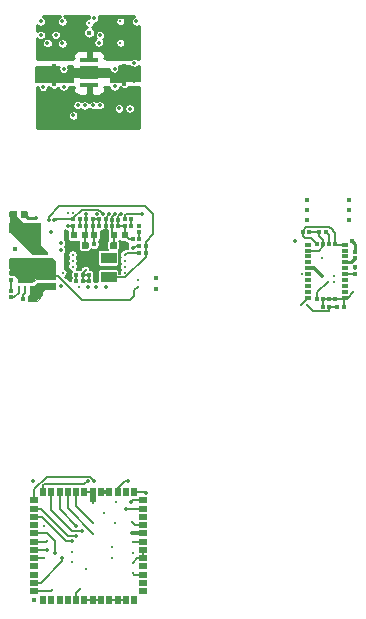
<source format=gbr>
G04 #@! TF.GenerationSoftware,KiCad,Pcbnew,(5.1.4)-1*
G04 #@! TF.CreationDate,2020-08-13T23:55:04-07:00*
G04 #@! TF.ProjectId,Kicad_LFOV_RigidFlex_Assembly,4b696361-645f-44c4-964f-565f52696769,rev?*
G04 #@! TF.SameCoordinates,Original*
G04 #@! TF.FileFunction,Copper,L6,Bot*
G04 #@! TF.FilePolarity,Positive*
%FSLAX46Y46*%
G04 Gerber Fmt 4.6, Leading zero omitted, Abs format (unit mm)*
G04 Created by KiCad (PCBNEW (5.1.4)-1) date 2020-08-13 23:55:04*
%MOMM*%
%LPD*%
G04 APERTURE LIST*
%ADD10R,0.500000X0.740000*%
%ADD11R,0.740000X0.500000*%
%ADD12R,0.500000X1.248000*%
%ADD13R,0.525000X0.300000*%
%ADD14R,0.300000X0.425000*%
%ADD15R,0.340000X0.310000*%
%ADD16R,2.620000X0.870000*%
%ADD17R,0.630000X0.580000*%
%ADD18R,0.580000X0.630000*%
%ADD19R,0.310000X0.340000*%
%ADD20C,0.100000*%
%ADD21C,0.590000*%
%ADD22R,0.270000X0.820000*%
%ADD23R,0.270000X0.740000*%
%ADD24R,1.320000X0.930000*%
%ADD25R,1.500000X0.450000*%
%ADD26C,0.350000*%
%ADD27C,0.300000*%
%ADD28C,0.450000*%
%ADD29C,0.152400*%
%ADD30C,0.203200*%
%ADD31C,0.152000*%
%ADD32C,0.088900*%
%ADD33C,0.381000*%
%ADD34C,0.254000*%
%ADD35C,0.304800*%
%ADD36C,0.101600*%
G04 APERTURE END LIST*
D10*
X110981180Y-118973600D03*
X110281180Y-118973600D03*
X109581180Y-118973600D03*
X108881180Y-118973600D03*
X108181180Y-118973600D03*
X107481180Y-118973600D03*
X106781180Y-118973600D03*
X106081180Y-118973600D03*
X105381180Y-118973600D03*
X104681180Y-118973600D03*
X103981180Y-118973600D03*
X103281180Y-118973600D03*
D11*
X102546180Y-118238600D03*
X102546180Y-117538600D03*
X102546180Y-116838600D03*
X102546180Y-116138600D03*
X102546180Y-115438600D03*
X102546180Y-114738600D03*
X102546180Y-114038600D03*
X102546180Y-113338600D03*
X102546180Y-112638600D03*
X102546180Y-111938600D03*
X102546180Y-111238600D03*
X102546180Y-110538600D03*
D10*
X103281180Y-109803600D03*
X103981180Y-109803600D03*
X104681180Y-109803600D03*
X105381180Y-109803600D03*
X106081180Y-109803600D03*
X106781180Y-109803600D03*
D12*
X107481180Y-110057600D03*
D10*
X108181180Y-109803600D03*
X108881180Y-109803600D03*
X109581180Y-109803600D03*
X110281180Y-109803600D03*
X110981180Y-109803600D03*
D11*
X111716180Y-110538600D03*
X111716180Y-111238600D03*
X111716180Y-111938600D03*
X111716180Y-112638600D03*
X111716180Y-113338600D03*
X111716180Y-114038600D03*
X111716180Y-114738600D03*
X111716180Y-115438600D03*
X111716180Y-116138600D03*
X111716180Y-116838600D03*
X111716180Y-117538600D03*
X111716180Y-118238600D03*
D13*
X125685200Y-89397280D03*
X125685200Y-89897280D03*
X125685200Y-90397280D03*
X125685200Y-90897280D03*
X125685200Y-91397280D03*
X125685200Y-91897280D03*
X125685200Y-92397280D03*
X125685200Y-92897280D03*
X125685200Y-93397280D03*
D14*
X126497700Y-93459780D03*
X126997700Y-93459780D03*
X127497700Y-93459780D03*
X127997700Y-93459780D03*
D13*
X128810200Y-93397280D03*
X128810200Y-92897280D03*
X128810200Y-92397280D03*
X128810200Y-91897280D03*
X128810200Y-91397280D03*
X128810200Y-90897280D03*
X128810200Y-90397280D03*
X128810200Y-89897280D03*
X128810200Y-89397280D03*
X128810200Y-88897280D03*
D14*
X127997700Y-88834780D03*
X127497700Y-88834780D03*
X126997700Y-88834780D03*
X126497700Y-88834780D03*
D13*
X125685200Y-88897280D03*
D15*
X103470100Y-90169100D03*
X103470100Y-89619100D03*
D16*
X101684480Y-90504700D03*
X101684480Y-87454700D03*
D17*
X103132280Y-92421900D03*
X103132280Y-91531900D03*
D18*
X105913080Y-88090700D03*
X106803080Y-88090700D03*
D19*
X102162680Y-93500900D03*
X101612680Y-93500900D03*
D17*
X104021280Y-91531900D03*
X104021280Y-92421900D03*
D15*
X100541480Y-93369500D03*
X100541480Y-92819500D03*
X100541480Y-91320900D03*
X100541480Y-91870900D03*
D18*
X108504880Y-88090700D03*
X107614880Y-88090700D03*
D19*
X108038880Y-86744500D03*
X108588880Y-86744500D03*
X108588880Y-87328700D03*
X108038880Y-87328700D03*
X106628680Y-91443500D03*
X106078680Y-91443500D03*
X106083080Y-92002300D03*
X106633080Y-92002300D03*
D18*
X109291280Y-88065300D03*
X110181280Y-88065300D03*
D19*
X109655680Y-86769900D03*
X109105680Y-86769900D03*
X109105680Y-87328700D03*
X109655680Y-87328700D03*
X107496680Y-86719100D03*
X106946680Y-86719100D03*
X106946680Y-87328700D03*
X107496680Y-87328700D03*
X107175280Y-92002300D03*
X107725280Y-92002300D03*
X107725280Y-91443500D03*
X107175280Y-91443500D03*
D20*
G36*
X101848838Y-86018810D02*
G01*
X101863156Y-86020934D01*
X101877197Y-86024451D01*
X101890826Y-86029328D01*
X101903911Y-86035517D01*
X101916327Y-86042958D01*
X101927953Y-86051581D01*
X101938678Y-86061302D01*
X101948399Y-86072027D01*
X101957022Y-86083653D01*
X101964463Y-86096069D01*
X101970652Y-86109154D01*
X101975529Y-86122783D01*
X101979046Y-86136824D01*
X101981170Y-86151142D01*
X101981880Y-86165600D01*
X101981880Y-86510600D01*
X101981170Y-86525058D01*
X101979046Y-86539376D01*
X101975529Y-86553417D01*
X101970652Y-86567046D01*
X101964463Y-86580131D01*
X101957022Y-86592547D01*
X101948399Y-86604173D01*
X101938678Y-86614898D01*
X101927953Y-86624619D01*
X101916327Y-86633242D01*
X101903911Y-86640683D01*
X101890826Y-86646872D01*
X101877197Y-86651749D01*
X101863156Y-86655266D01*
X101848838Y-86657390D01*
X101834380Y-86658100D01*
X101539380Y-86658100D01*
X101524922Y-86657390D01*
X101510604Y-86655266D01*
X101496563Y-86651749D01*
X101482934Y-86646872D01*
X101469849Y-86640683D01*
X101457433Y-86633242D01*
X101445807Y-86624619D01*
X101435082Y-86614898D01*
X101425361Y-86604173D01*
X101416738Y-86592547D01*
X101409297Y-86580131D01*
X101403108Y-86567046D01*
X101398231Y-86553417D01*
X101394714Y-86539376D01*
X101392590Y-86525058D01*
X101391880Y-86510600D01*
X101391880Y-86165600D01*
X101392590Y-86151142D01*
X101394714Y-86136824D01*
X101398231Y-86122783D01*
X101403108Y-86109154D01*
X101409297Y-86096069D01*
X101416738Y-86083653D01*
X101425361Y-86072027D01*
X101435082Y-86061302D01*
X101445807Y-86051581D01*
X101457433Y-86042958D01*
X101469849Y-86035517D01*
X101482934Y-86029328D01*
X101496563Y-86024451D01*
X101510604Y-86020934D01*
X101524922Y-86018810D01*
X101539380Y-86018100D01*
X101834380Y-86018100D01*
X101848838Y-86018810D01*
X101848838Y-86018810D01*
G37*
D21*
X101686880Y-86338100D03*
D20*
G36*
X100878838Y-86018810D02*
G01*
X100893156Y-86020934D01*
X100907197Y-86024451D01*
X100920826Y-86029328D01*
X100933911Y-86035517D01*
X100946327Y-86042958D01*
X100957953Y-86051581D01*
X100968678Y-86061302D01*
X100978399Y-86072027D01*
X100987022Y-86083653D01*
X100994463Y-86096069D01*
X101000652Y-86109154D01*
X101005529Y-86122783D01*
X101009046Y-86136824D01*
X101011170Y-86151142D01*
X101011880Y-86165600D01*
X101011880Y-86510600D01*
X101011170Y-86525058D01*
X101009046Y-86539376D01*
X101005529Y-86553417D01*
X101000652Y-86567046D01*
X100994463Y-86580131D01*
X100987022Y-86592547D01*
X100978399Y-86604173D01*
X100968678Y-86614898D01*
X100957953Y-86624619D01*
X100946327Y-86633242D01*
X100933911Y-86640683D01*
X100920826Y-86646872D01*
X100907197Y-86651749D01*
X100893156Y-86655266D01*
X100878838Y-86657390D01*
X100864380Y-86658100D01*
X100569380Y-86658100D01*
X100554922Y-86657390D01*
X100540604Y-86655266D01*
X100526563Y-86651749D01*
X100512934Y-86646872D01*
X100499849Y-86640683D01*
X100487433Y-86633242D01*
X100475807Y-86624619D01*
X100465082Y-86614898D01*
X100455361Y-86604173D01*
X100446738Y-86592547D01*
X100439297Y-86580131D01*
X100433108Y-86567046D01*
X100428231Y-86553417D01*
X100424714Y-86539376D01*
X100422590Y-86525058D01*
X100421880Y-86510600D01*
X100421880Y-86165600D01*
X100422590Y-86151142D01*
X100424714Y-86136824D01*
X100428231Y-86122783D01*
X100433108Y-86109154D01*
X100439297Y-86096069D01*
X100446738Y-86083653D01*
X100455361Y-86072027D01*
X100465082Y-86061302D01*
X100475807Y-86051581D01*
X100487433Y-86042958D01*
X100499849Y-86035517D01*
X100512934Y-86029328D01*
X100526563Y-86024451D01*
X100540604Y-86020934D01*
X100554922Y-86018810D01*
X100569380Y-86018100D01*
X100864380Y-86018100D01*
X100878838Y-86018810D01*
X100878838Y-86018810D01*
G37*
D21*
X100716880Y-86338100D03*
D20*
G36*
X110383238Y-88660410D02*
G01*
X110397556Y-88662534D01*
X110411597Y-88666051D01*
X110425226Y-88670928D01*
X110438311Y-88677117D01*
X110450727Y-88684558D01*
X110462353Y-88693181D01*
X110473078Y-88702902D01*
X110482799Y-88713627D01*
X110491422Y-88725253D01*
X110498863Y-88737669D01*
X110505052Y-88750754D01*
X110509929Y-88764383D01*
X110513446Y-88778424D01*
X110515570Y-88792742D01*
X110516280Y-88807200D01*
X110516280Y-89152200D01*
X110515570Y-89166658D01*
X110513446Y-89180976D01*
X110509929Y-89195017D01*
X110505052Y-89208646D01*
X110498863Y-89221731D01*
X110491422Y-89234147D01*
X110482799Y-89245773D01*
X110473078Y-89256498D01*
X110462353Y-89266219D01*
X110450727Y-89274842D01*
X110438311Y-89282283D01*
X110425226Y-89288472D01*
X110411597Y-89293349D01*
X110397556Y-89296866D01*
X110383238Y-89298990D01*
X110368780Y-89299700D01*
X110073780Y-89299700D01*
X110059322Y-89298990D01*
X110045004Y-89296866D01*
X110030963Y-89293349D01*
X110017334Y-89288472D01*
X110004249Y-89282283D01*
X109991833Y-89274842D01*
X109980207Y-89266219D01*
X109969482Y-89256498D01*
X109959761Y-89245773D01*
X109951138Y-89234147D01*
X109943697Y-89221731D01*
X109937508Y-89208646D01*
X109932631Y-89195017D01*
X109929114Y-89180976D01*
X109926990Y-89166658D01*
X109926280Y-89152200D01*
X109926280Y-88807200D01*
X109926990Y-88792742D01*
X109929114Y-88778424D01*
X109932631Y-88764383D01*
X109937508Y-88750754D01*
X109943697Y-88737669D01*
X109951138Y-88725253D01*
X109959761Y-88713627D01*
X109969482Y-88702902D01*
X109980207Y-88693181D01*
X109991833Y-88684558D01*
X110004249Y-88677117D01*
X110017334Y-88670928D01*
X110030963Y-88666051D01*
X110045004Y-88662534D01*
X110059322Y-88660410D01*
X110073780Y-88659700D01*
X110368780Y-88659700D01*
X110383238Y-88660410D01*
X110383238Y-88660410D01*
G37*
D21*
X110221280Y-88979700D03*
D20*
G36*
X109413238Y-88660410D02*
G01*
X109427556Y-88662534D01*
X109441597Y-88666051D01*
X109455226Y-88670928D01*
X109468311Y-88677117D01*
X109480727Y-88684558D01*
X109492353Y-88693181D01*
X109503078Y-88702902D01*
X109512799Y-88713627D01*
X109521422Y-88725253D01*
X109528863Y-88737669D01*
X109535052Y-88750754D01*
X109539929Y-88764383D01*
X109543446Y-88778424D01*
X109545570Y-88792742D01*
X109546280Y-88807200D01*
X109546280Y-89152200D01*
X109545570Y-89166658D01*
X109543446Y-89180976D01*
X109539929Y-89195017D01*
X109535052Y-89208646D01*
X109528863Y-89221731D01*
X109521422Y-89234147D01*
X109512799Y-89245773D01*
X109503078Y-89256498D01*
X109492353Y-89266219D01*
X109480727Y-89274842D01*
X109468311Y-89282283D01*
X109455226Y-89288472D01*
X109441597Y-89293349D01*
X109427556Y-89296866D01*
X109413238Y-89298990D01*
X109398780Y-89299700D01*
X109103780Y-89299700D01*
X109089322Y-89298990D01*
X109075004Y-89296866D01*
X109060963Y-89293349D01*
X109047334Y-89288472D01*
X109034249Y-89282283D01*
X109021833Y-89274842D01*
X109010207Y-89266219D01*
X108999482Y-89256498D01*
X108989761Y-89245773D01*
X108981138Y-89234147D01*
X108973697Y-89221731D01*
X108967508Y-89208646D01*
X108962631Y-89195017D01*
X108959114Y-89180976D01*
X108956990Y-89166658D01*
X108956280Y-89152200D01*
X108956280Y-88807200D01*
X108956990Y-88792742D01*
X108959114Y-88778424D01*
X108962631Y-88764383D01*
X108967508Y-88750754D01*
X108973697Y-88737669D01*
X108981138Y-88725253D01*
X108989761Y-88713627D01*
X108999482Y-88702902D01*
X109010207Y-88693181D01*
X109021833Y-88684558D01*
X109034249Y-88677117D01*
X109047334Y-88670928D01*
X109060963Y-88666051D01*
X109075004Y-88662534D01*
X109089322Y-88660410D01*
X109103780Y-88659700D01*
X109398780Y-88659700D01*
X109413238Y-88660410D01*
X109413238Y-88660410D01*
G37*
D21*
X109251280Y-88979700D03*
D20*
G36*
X107005038Y-88660410D02*
G01*
X107019356Y-88662534D01*
X107033397Y-88666051D01*
X107047026Y-88670928D01*
X107060111Y-88677117D01*
X107072527Y-88684558D01*
X107084153Y-88693181D01*
X107094878Y-88702902D01*
X107104599Y-88713627D01*
X107113222Y-88725253D01*
X107120663Y-88737669D01*
X107126852Y-88750754D01*
X107131729Y-88764383D01*
X107135246Y-88778424D01*
X107137370Y-88792742D01*
X107138080Y-88807200D01*
X107138080Y-89152200D01*
X107137370Y-89166658D01*
X107135246Y-89180976D01*
X107131729Y-89195017D01*
X107126852Y-89208646D01*
X107120663Y-89221731D01*
X107113222Y-89234147D01*
X107104599Y-89245773D01*
X107094878Y-89256498D01*
X107084153Y-89266219D01*
X107072527Y-89274842D01*
X107060111Y-89282283D01*
X107047026Y-89288472D01*
X107033397Y-89293349D01*
X107019356Y-89296866D01*
X107005038Y-89298990D01*
X106990580Y-89299700D01*
X106695580Y-89299700D01*
X106681122Y-89298990D01*
X106666804Y-89296866D01*
X106652763Y-89293349D01*
X106639134Y-89288472D01*
X106626049Y-89282283D01*
X106613633Y-89274842D01*
X106602007Y-89266219D01*
X106591282Y-89256498D01*
X106581561Y-89245773D01*
X106572938Y-89234147D01*
X106565497Y-89221731D01*
X106559308Y-89208646D01*
X106554431Y-89195017D01*
X106550914Y-89180976D01*
X106548790Y-89166658D01*
X106548080Y-89152200D01*
X106548080Y-88807200D01*
X106548790Y-88792742D01*
X106550914Y-88778424D01*
X106554431Y-88764383D01*
X106559308Y-88750754D01*
X106565497Y-88737669D01*
X106572938Y-88725253D01*
X106581561Y-88713627D01*
X106591282Y-88702902D01*
X106602007Y-88693181D01*
X106613633Y-88684558D01*
X106626049Y-88677117D01*
X106639134Y-88670928D01*
X106652763Y-88666051D01*
X106666804Y-88662534D01*
X106681122Y-88660410D01*
X106695580Y-88659700D01*
X106990580Y-88659700D01*
X107005038Y-88660410D01*
X107005038Y-88660410D01*
G37*
D21*
X106843080Y-88979700D03*
D20*
G36*
X106035038Y-88660410D02*
G01*
X106049356Y-88662534D01*
X106063397Y-88666051D01*
X106077026Y-88670928D01*
X106090111Y-88677117D01*
X106102527Y-88684558D01*
X106114153Y-88693181D01*
X106124878Y-88702902D01*
X106134599Y-88713627D01*
X106143222Y-88725253D01*
X106150663Y-88737669D01*
X106156852Y-88750754D01*
X106161729Y-88764383D01*
X106165246Y-88778424D01*
X106167370Y-88792742D01*
X106168080Y-88807200D01*
X106168080Y-89152200D01*
X106167370Y-89166658D01*
X106165246Y-89180976D01*
X106161729Y-89195017D01*
X106156852Y-89208646D01*
X106150663Y-89221731D01*
X106143222Y-89234147D01*
X106134599Y-89245773D01*
X106124878Y-89256498D01*
X106114153Y-89266219D01*
X106102527Y-89274842D01*
X106090111Y-89282283D01*
X106077026Y-89288472D01*
X106063397Y-89293349D01*
X106049356Y-89296866D01*
X106035038Y-89298990D01*
X106020580Y-89299700D01*
X105725580Y-89299700D01*
X105711122Y-89298990D01*
X105696804Y-89296866D01*
X105682763Y-89293349D01*
X105669134Y-89288472D01*
X105656049Y-89282283D01*
X105643633Y-89274842D01*
X105632007Y-89266219D01*
X105621282Y-89256498D01*
X105611561Y-89245773D01*
X105602938Y-89234147D01*
X105595497Y-89221731D01*
X105589308Y-89208646D01*
X105584431Y-89195017D01*
X105580914Y-89180976D01*
X105578790Y-89166658D01*
X105578080Y-89152200D01*
X105578080Y-88807200D01*
X105578790Y-88792742D01*
X105580914Y-88778424D01*
X105584431Y-88764383D01*
X105589308Y-88750754D01*
X105595497Y-88737669D01*
X105602938Y-88725253D01*
X105611561Y-88713627D01*
X105621282Y-88702902D01*
X105632007Y-88693181D01*
X105643633Y-88684558D01*
X105656049Y-88677117D01*
X105669134Y-88670928D01*
X105682763Y-88666051D01*
X105696804Y-88662534D01*
X105711122Y-88660410D01*
X105725580Y-88659700D01*
X106020580Y-88659700D01*
X106035038Y-88660410D01*
X106035038Y-88660410D01*
G37*
D21*
X105873080Y-88979700D03*
D22*
X101235280Y-91715500D03*
D23*
X101735280Y-91675500D03*
X102235280Y-91675500D03*
X102235280Y-92735500D03*
X101735280Y-92735500D03*
X101235280Y-92735500D03*
D19*
X127519500Y-94186700D03*
X126969500Y-94186700D03*
X125831740Y-87824960D03*
X125281740Y-87824960D03*
X105854480Y-86744500D03*
X106404480Y-86744500D03*
X128743780Y-94184160D03*
X128193780Y-94184160D03*
X110197880Y-87303300D03*
X110747880Y-87303300D03*
D15*
X129704000Y-90044640D03*
X129704000Y-89494640D03*
D24*
X108821880Y-91672100D03*
X108821880Y-90032100D03*
D25*
X107186780Y-74721100D03*
X107186780Y-75421100D03*
X107186780Y-73243860D03*
X107186780Y-73943860D03*
D19*
X106404480Y-87328700D03*
X105854480Y-87328700D03*
X111967080Y-89589300D03*
X111417080Y-89589300D03*
D15*
X111427920Y-87312780D03*
X111427920Y-87862780D03*
D19*
X110883680Y-88420900D03*
X111433680Y-88420900D03*
X110200420Y-86741960D03*
X110750420Y-86741960D03*
X111417080Y-89005100D03*
X111967080Y-89005100D03*
D15*
X129705760Y-90830680D03*
X129705760Y-91380680D03*
D19*
X127222980Y-87819880D03*
X126672980Y-87819880D03*
D26*
X103973020Y-87867180D03*
D27*
X105753560Y-114910560D03*
X109113980Y-115428720D03*
X126876200Y-91532400D03*
D28*
X100897080Y-89259100D03*
D27*
X100541480Y-92357900D03*
D28*
X102545580Y-118999600D03*
X129147620Y-85086840D03*
X129147620Y-85965680D03*
X129147620Y-86844520D03*
D27*
X127943660Y-87824960D03*
D28*
X110172780Y-75255980D03*
X110172780Y-73755980D03*
X104197780Y-73780980D03*
X104197780Y-75280980D03*
D27*
X107221680Y-73960680D03*
D26*
X105378910Y-87314730D03*
X111962980Y-109913598D03*
D28*
X129394000Y-88547040D03*
X112835080Y-91697502D03*
D27*
X126881280Y-90028720D03*
D28*
X108821880Y-90032100D03*
X107602680Y-88878100D03*
D27*
X108463780Y-111621400D03*
X106881320Y-91081359D03*
X103139900Y-92431560D03*
X106406380Y-118046600D03*
X110876780Y-114999600D03*
X111703980Y-117526400D03*
X109403580Y-112458600D03*
X107532920Y-113365060D03*
X109592460Y-118973600D03*
X110793780Y-112407800D03*
D26*
X108538960Y-109803600D03*
X103091100Y-71125960D03*
X110617780Y-77380980D03*
D28*
X107169570Y-70955980D03*
D26*
X107997780Y-71800980D03*
X103091100Y-69999300D03*
X109850580Y-86297460D03*
X111012780Y-74505980D03*
X111012780Y-75005980D03*
D27*
X129544000Y-92926280D03*
X126995130Y-93462350D03*
D26*
X102449020Y-108900920D03*
D27*
X109827060Y-71820820D03*
D28*
X100719280Y-90376700D03*
D27*
X109131980Y-114468200D03*
X109431480Y-110686200D03*
X111298380Y-92456960D03*
X110859320Y-116739000D03*
X104052980Y-118127520D03*
D26*
X103271980Y-75548180D03*
D28*
X125611940Y-85086840D03*
X125611940Y-86844520D03*
X125611940Y-85965680D03*
D27*
X126246940Y-87824960D03*
D26*
X103762200Y-86769900D03*
D27*
X112581080Y-86322860D03*
X125171098Y-91350480D03*
D26*
X104910620Y-69994220D03*
D27*
X100541480Y-93369500D03*
X111967080Y-89589300D03*
D26*
X111012780Y-73505980D03*
X106222780Y-77080980D03*
X108065640Y-77097580D03*
X111177780Y-69994220D03*
X129719000Y-90847560D03*
D27*
X125585491Y-93996491D03*
X109827060Y-69994220D03*
X107160720Y-75413560D03*
X105824429Y-86238789D03*
D26*
X105822780Y-77953446D03*
D27*
X105364940Y-86241580D03*
D26*
X105037780Y-74030980D03*
X104910620Y-71855980D03*
X108093440Y-71155980D03*
D27*
X127890798Y-91524882D03*
X127882700Y-92032980D03*
D26*
X111425380Y-87305840D03*
X108844700Y-86315667D03*
D27*
X101735280Y-93018300D03*
X107523980Y-112484000D03*
X103396440Y-112756640D03*
X110885220Y-114109600D03*
X107704280Y-92002300D03*
D26*
X102649680Y-86642900D03*
X110750420Y-87292460D03*
X109335167Y-86315667D03*
X106942280Y-86315667D03*
X104807410Y-92436202D03*
X104807410Y-92436202D03*
X104807410Y-92436202D03*
X104807410Y-92436202D03*
D28*
X112835080Y-92662701D03*
D27*
X110173900Y-90265640D03*
D26*
X104897580Y-115459200D03*
D27*
X110173900Y-90765640D03*
D26*
X110687060Y-110693607D03*
D27*
X110173900Y-91265640D03*
D26*
X110282380Y-111243400D03*
X110904680Y-89182900D03*
D27*
X125083732Y-93998748D03*
D26*
X124587498Y-88593870D03*
D27*
X110281180Y-109803600D03*
D26*
X107515640Y-77097580D03*
X107595060Y-69718880D03*
X107810295Y-86307867D03*
D27*
X111407600Y-89591840D03*
X127389280Y-92037860D03*
X110174620Y-89765640D03*
X107197780Y-70110980D03*
D26*
X106805379Y-77113579D03*
X110500820Y-108885680D03*
X111427920Y-87862780D03*
D27*
X103332980Y-115443600D03*
D26*
X104807410Y-88776500D03*
X104807410Y-89361970D03*
X103644976Y-114738600D03*
D27*
X105817060Y-89767100D03*
X103637780Y-113970400D03*
X105806900Y-90262400D03*
D26*
X104275280Y-115035020D03*
D27*
X105814520Y-90762780D03*
D26*
X105705300Y-113970760D03*
D27*
X104944709Y-91286020D03*
D26*
X106088840Y-113577060D03*
D27*
X106294580Y-92477280D03*
D26*
X107564580Y-108875520D03*
X107048960Y-92472200D03*
X107048960Y-108882678D03*
X106609540Y-113150340D03*
X107798260Y-92500140D03*
X106091380Y-112721080D03*
X108611981Y-92452801D03*
X111689540Y-86325400D03*
D27*
X106083080Y-92002300D03*
X106931980Y-116368200D03*
X110851380Y-115826800D03*
X107494320Y-110731400D03*
X102520180Y-112609280D03*
X105761040Y-115787000D03*
X110839180Y-113335400D03*
X107516180Y-118936600D03*
D26*
X106781180Y-109803600D03*
D27*
X111308540Y-91852440D03*
D26*
X108332297Y-86315667D03*
X104242510Y-86769900D03*
X105011880Y-75520240D03*
X103646180Y-71830980D03*
X109332780Y-74005980D03*
X109703360Y-77356560D03*
D27*
X107211580Y-73219060D03*
D26*
X104355540Y-71125960D03*
X109332780Y-75505980D03*
D29*
X106633080Y-91447900D02*
X106628680Y-91443500D01*
X106633080Y-92002300D02*
X106633080Y-91447900D01*
X100541480Y-92819500D02*
X100541480Y-92357900D01*
X100541480Y-91870900D02*
X100541480Y-92357900D01*
D30*
X110536880Y-88420900D02*
X110181280Y-88065300D01*
X110883680Y-88420900D02*
X110536880Y-88420900D01*
X110181280Y-87319900D02*
X110197880Y-87303300D01*
X110181280Y-88065300D02*
X110181280Y-87319900D01*
X109681080Y-87303300D02*
X109655680Y-87328700D01*
X110197880Y-87303300D02*
X109681080Y-87303300D01*
X109655680Y-87328700D02*
X109655680Y-86769900D01*
X105854480Y-88032100D02*
X105913080Y-88090700D01*
X105854480Y-87328700D02*
X105854480Y-88032100D01*
X108038880Y-86744500D02*
X108038880Y-87328700D01*
X107522080Y-86744500D02*
X107496680Y-86719100D01*
X108038880Y-86744500D02*
X107522080Y-86744500D01*
X107496680Y-86719100D02*
X107496680Y-87328700D01*
X107496680Y-87972500D02*
X107614880Y-88090700D01*
X107496680Y-87328700D02*
X107496680Y-87972500D01*
X107614880Y-88865900D02*
X107602680Y-88878100D01*
D29*
X107175280Y-92002300D02*
X107175280Y-91443500D01*
D30*
X105392880Y-87328700D02*
X105378910Y-87314730D01*
X105854480Y-87328700D02*
X105392880Y-87328700D01*
X107614880Y-88090700D02*
X107614880Y-88865900D01*
D29*
X108181180Y-109803600D02*
X108538960Y-109803600D01*
X111703980Y-117526400D02*
X111716180Y-117538600D01*
X110281180Y-118973600D02*
X109592460Y-118973600D01*
X110981180Y-109803600D02*
X111055780Y-109803600D01*
D31*
X128060200Y-88897280D02*
X127997700Y-88834780D01*
X128810200Y-88897280D02*
X128060200Y-88897280D01*
X126974900Y-93482580D02*
X126995130Y-93462350D01*
X126997700Y-93459780D02*
X127497700Y-93459780D01*
X128747700Y-93459780D02*
X128810200Y-93397280D01*
X127997700Y-93459780D02*
X128747700Y-93459780D01*
X127948740Y-87819880D02*
X127943660Y-87824960D01*
X127997700Y-87879000D02*
X127943660Y-87824960D01*
X127997700Y-88834780D02*
X127997700Y-87879000D01*
X126497700Y-88834780D02*
X125995880Y-88332960D01*
X125995880Y-88332960D02*
X125774740Y-88332960D01*
D32*
X107197780Y-73995980D02*
X106672780Y-73995980D01*
D33*
X107197780Y-74505980D02*
X107197780Y-73995980D01*
D30*
X127718661Y-87599961D02*
X127943660Y-87824960D01*
X127528159Y-87409459D02*
X127718661Y-87599961D01*
X125579339Y-87409459D02*
X127528159Y-87409459D01*
X125281740Y-87707058D02*
X125579339Y-87409459D01*
X125281740Y-87824960D02*
X125281740Y-87707058D01*
X105378910Y-87314730D02*
X105376630Y-87312450D01*
D29*
X111852982Y-109803600D02*
X111962980Y-109913598D01*
X110981180Y-109803600D02*
X111852982Y-109803600D01*
D31*
X127497700Y-93459780D02*
X127997700Y-93459780D01*
D34*
X129704000Y-89494640D02*
X129704000Y-88857040D01*
X129704000Y-88857040D02*
X129394000Y-88547040D01*
D35*
X126241080Y-90897280D02*
X126876200Y-91532400D01*
X125685200Y-90897280D02*
X126241080Y-90897280D01*
D30*
X106633080Y-92002300D02*
X107175280Y-92002300D01*
D29*
X106628680Y-91443500D02*
X106628680Y-91333999D01*
X106628680Y-91333999D02*
X106881320Y-91081359D01*
D30*
X106628680Y-91443500D02*
X107175280Y-91443500D01*
D29*
X106081180Y-118973600D02*
X106081180Y-118371800D01*
X106081180Y-118371800D02*
X106406380Y-118046600D01*
X111703980Y-117526400D02*
X111703980Y-117526400D01*
X105381180Y-111213320D02*
X107532920Y-113365060D01*
X105381180Y-109803600D02*
X105381180Y-111213320D01*
X109592460Y-118973600D02*
X108881180Y-118973600D01*
X111024580Y-112638600D02*
X110793780Y-112407800D01*
X111716180Y-112638600D02*
X111024580Y-112638600D01*
X108538960Y-109803600D02*
X108538960Y-109803600D01*
X108538960Y-109803600D02*
X108881180Y-109803600D01*
D35*
X108181180Y-109803600D02*
X108881180Y-109803600D01*
D29*
X125281740Y-88147360D02*
X125281740Y-87824960D01*
X125467340Y-88332960D02*
X125281740Y-88147360D01*
X125774740Y-88332960D02*
X125467340Y-88332960D01*
X109655680Y-86492360D02*
X109850580Y-86297460D01*
X109655680Y-86769900D02*
X109655680Y-86492360D01*
X128810200Y-93397280D02*
X129073000Y-93397280D01*
X129073000Y-93397280D02*
X129544000Y-92926280D01*
D31*
X126995130Y-93462350D02*
X126997700Y-93459780D01*
D29*
X126995130Y-94161070D02*
X126969500Y-94186700D01*
X126995130Y-93462350D02*
X126995130Y-94161070D01*
X128743780Y-93463700D02*
X128810200Y-93397280D01*
X128743780Y-94184160D02*
X128743780Y-93463700D01*
D30*
X101235280Y-91715500D02*
X101235280Y-90892700D01*
X101235280Y-90892700D02*
X100719280Y-90376700D01*
X110994585Y-92760755D02*
X111298380Y-92456960D01*
X110994585Y-93236097D02*
X110994585Y-92760755D01*
X110624622Y-93606060D02*
X110994585Y-93236097D01*
X106613640Y-93606060D02*
X110624622Y-93606060D01*
X104021280Y-91531900D02*
X104539480Y-91531900D01*
X104539480Y-91531900D02*
X106613640Y-93606060D01*
D29*
X111616580Y-116739000D02*
X111716180Y-116838600D01*
X110958920Y-116838600D02*
X110859320Y-116739000D01*
X111716180Y-116838600D02*
X110958920Y-116838600D01*
X103941900Y-118238600D02*
X104052980Y-118127520D01*
X102546180Y-118238600D02*
X103941900Y-118238600D01*
X100601280Y-93369500D02*
X100541480Y-93369500D01*
X111967080Y-89589300D02*
X111967080Y-89589300D01*
X108821880Y-91672100D02*
X108821880Y-91519700D01*
X108626880Y-91672100D02*
X108288480Y-92010500D01*
D31*
X125685200Y-89397280D02*
X125860800Y-89397280D01*
X126955850Y-88792930D02*
X126997700Y-88834780D01*
X126997700Y-88675458D02*
X126997700Y-88834780D01*
X126672980Y-88141880D02*
X126672980Y-87819880D01*
X126672980Y-88145560D02*
X126672980Y-88141880D01*
X126997700Y-88470280D02*
X126672980Y-88145560D01*
X126997700Y-88834780D02*
X126997700Y-88470280D01*
X126667900Y-87824960D02*
X126672980Y-87819880D01*
X126672980Y-87819880D02*
X126252020Y-87819880D01*
X126252020Y-87819880D02*
X126246940Y-87824960D01*
X126246940Y-87824960D02*
X125831740Y-87824960D01*
D29*
X108821880Y-91672100D02*
X108626880Y-91672100D01*
D30*
X103762200Y-86790220D02*
X103762200Y-86542733D01*
X111923909Y-85665689D02*
X112431081Y-86172861D01*
X112431081Y-86172861D02*
X112581080Y-86322860D01*
X104639244Y-85665689D02*
X111923909Y-85665689D01*
X103762200Y-86542733D02*
X104639244Y-85665689D01*
D29*
X100541480Y-93369500D02*
X100541480Y-93369500D01*
X111967080Y-89589300D02*
X111967080Y-89005100D01*
X111967080Y-89911700D02*
X111967080Y-89589300D01*
X111967080Y-89957606D02*
X111967080Y-89911700D01*
X110252586Y-91672100D02*
X111967080Y-89957606D01*
X108821880Y-91672100D02*
X110252586Y-91672100D01*
D30*
X112581080Y-86534992D02*
X112581080Y-86322860D01*
X112581080Y-88017900D02*
X112581080Y-86534992D01*
X111967080Y-88631900D02*
X112581080Y-88017900D01*
X111967080Y-89005100D02*
X111967080Y-88631900D01*
X126997700Y-89040182D02*
X126997700Y-88834780D01*
X125685200Y-89397280D02*
X126640602Y-89397280D01*
X126640602Y-89397280D02*
X126997700Y-89040182D01*
D29*
X101235280Y-92970500D02*
X100836960Y-93368820D01*
X101235280Y-92735500D02*
X101235280Y-92970500D01*
X100542160Y-93368820D02*
X100541480Y-93369500D01*
X100836960Y-93368820D02*
X100542160Y-93368820D01*
X128191240Y-94186700D02*
X128193780Y-94184160D01*
X127519500Y-94186700D02*
X128191240Y-94186700D01*
X126123501Y-94534501D02*
X125585491Y-93996491D01*
X127494099Y-94534501D02*
X126123501Y-94534501D01*
X127519500Y-94186700D02*
X127519500Y-94509100D01*
X127519500Y-94509100D02*
X127494099Y-94534501D01*
D34*
X129351360Y-90397280D02*
X129704000Y-90044640D01*
X128810200Y-90397280D02*
X129351360Y-90397280D01*
D29*
X107725280Y-91443500D02*
X107725280Y-92002300D01*
X107704280Y-92002300D02*
X107704280Y-92002300D01*
X101612680Y-93140900D02*
X101735280Y-93018300D01*
X101612680Y-93500900D02*
X101612680Y-93140900D01*
X108644080Y-86689300D02*
X108588880Y-86744500D01*
X108588880Y-87328700D02*
X108588880Y-86744500D01*
X108588880Y-88006700D02*
X108504880Y-88090700D01*
X108588880Y-87328700D02*
X108588880Y-88006700D01*
X108588880Y-86744500D02*
X108588880Y-86599117D01*
X108588880Y-86599117D02*
X108844700Y-86343297D01*
X101735280Y-93018300D02*
X101735280Y-93018300D01*
X107498980Y-112484000D02*
X107523980Y-112484000D01*
X106081180Y-111066200D02*
X107498980Y-112484000D01*
X106081180Y-109803600D02*
X106081180Y-111066200D01*
X110956220Y-114038600D02*
X110885220Y-114109600D01*
X111716180Y-114038600D02*
X110956220Y-114038600D01*
X107704280Y-92002300D02*
X107729680Y-91976900D01*
D35*
X102649680Y-86642900D02*
X102649680Y-86617500D01*
D34*
X101991680Y-86642900D02*
X101686880Y-86338100D01*
X102649680Y-86642900D02*
X101991680Y-86642900D01*
D29*
X110750420Y-87300760D02*
X110747880Y-87303300D01*
X110750420Y-86741960D02*
X110750420Y-87292460D01*
X110750420Y-87292460D02*
X110750420Y-87300760D01*
X109105680Y-87328700D02*
X109105680Y-86769900D01*
X109105680Y-87879700D02*
X109291280Y-88065300D01*
X109105680Y-87328700D02*
X109105680Y-87879700D01*
X109291280Y-88939700D02*
X109251280Y-88979700D01*
X109291280Y-88065300D02*
X109291280Y-88939700D01*
X109105680Y-86769900D02*
X109105680Y-86563233D01*
X109105680Y-86563233D02*
X109335167Y-86333746D01*
X106843080Y-88130700D02*
X106803080Y-88090700D01*
X106843080Y-88979700D02*
X106843080Y-88130700D01*
X106946680Y-87947100D02*
X106803080Y-88090700D01*
X106946680Y-87328700D02*
X106946680Y-87947100D01*
X106946680Y-87328700D02*
X106946680Y-86719100D01*
X106946680Y-86719100D02*
X106946680Y-86240900D01*
X106946680Y-86240900D02*
X106942280Y-86236500D01*
X104897580Y-115709600D02*
X104897580Y-115459200D01*
X102546180Y-117538600D02*
X103068580Y-117538600D01*
X103068580Y-117538600D02*
X104897580Y-115709600D01*
X111560980Y-110693800D02*
X111716180Y-110538600D01*
X111716180Y-110538600D02*
X110842067Y-110538600D01*
X110842067Y-110538600D02*
X110687060Y-110693607D01*
X111716180Y-111238600D02*
X110287180Y-111238600D01*
X110287180Y-111238600D02*
X110282380Y-111243400D01*
X110267180Y-109789600D02*
X110281180Y-109803600D01*
D36*
X125685200Y-93397280D02*
X125797700Y-93397280D01*
D29*
X111158680Y-89005100D02*
X111417080Y-89005100D01*
X110904680Y-89182900D02*
X110980880Y-89182900D01*
X110980880Y-89182900D02*
X111158680Y-89005100D01*
D30*
X125685200Y-93397280D02*
X125083732Y-93998748D01*
D29*
X110281180Y-109803600D02*
X110281180Y-109803600D01*
D30*
X126497700Y-92929440D02*
X127389280Y-92037860D01*
X126497700Y-93459780D02*
X126497700Y-92929440D01*
D29*
X110348420Y-89591840D02*
X110174620Y-89765640D01*
X111407600Y-89591840D02*
X110348420Y-89591840D01*
D30*
X110288688Y-108885680D02*
X110500820Y-108885680D01*
X110213338Y-108885680D02*
X110288688Y-108885680D01*
X109581180Y-109517838D02*
X110213338Y-108885680D01*
X109581180Y-109803600D02*
X109581180Y-109517838D01*
D29*
X111433680Y-87868540D02*
X111427920Y-87862780D01*
X111433680Y-88420900D02*
X111433680Y-87868540D01*
X102546180Y-115438600D02*
X103327980Y-115438600D01*
X103327980Y-115438600D02*
X103332980Y-115443600D01*
X102546180Y-114738600D02*
X103644976Y-114738600D01*
X102546180Y-114038600D02*
X103569580Y-114038600D01*
X103569580Y-114038600D02*
X103637780Y-113970400D01*
X104275280Y-113961200D02*
X104275280Y-115035020D01*
X102546180Y-113338600D02*
X103652680Y-113338600D01*
X103652680Y-113338600D02*
X104275280Y-113961200D01*
X102546180Y-111938600D02*
X103219574Y-111938600D01*
X103219574Y-111938600D02*
X105004260Y-113723286D01*
X105004260Y-113723286D02*
X105251734Y-113970760D01*
X105251734Y-113970760D02*
X105705300Y-113970760D01*
X103068580Y-111238600D02*
X105392880Y-113562900D01*
X102546180Y-111238600D02*
X103068580Y-111238600D01*
X105392880Y-113562900D02*
X106074680Y-113562900D01*
X106074680Y-113562900D02*
X106088840Y-113577060D01*
X102546180Y-109621418D02*
X103637721Y-108529877D01*
X102546180Y-110538600D02*
X102546180Y-109621418D01*
D30*
X107564580Y-108838560D02*
X107564580Y-108875520D01*
X107564580Y-108875520D02*
X107564580Y-108875520D01*
D29*
X107218937Y-108529877D02*
X107564580Y-108875520D01*
X103637721Y-108529877D02*
X107218937Y-108529877D01*
X103281180Y-109475600D02*
X103281180Y-109803600D01*
X103281180Y-109803600D02*
X103281180Y-109281200D01*
X103281180Y-109281200D02*
X103392682Y-109169698D01*
X103392682Y-109169698D02*
X106761940Y-109169698D01*
X106761940Y-109169698D02*
X107048960Y-108882678D01*
X103981180Y-109803600D02*
X103981180Y-111202649D01*
X103981180Y-111202649D02*
X103981180Y-111377960D01*
X103981180Y-111377960D02*
X105756100Y-113152880D01*
X105756100Y-113152880D02*
X106607000Y-113152880D01*
X106607000Y-113152880D02*
X106609540Y-113150340D01*
X104681180Y-109803600D02*
X104681180Y-111153000D01*
X104681180Y-111153000D02*
X104681180Y-111310880D01*
X104681180Y-111310880D02*
X106091380Y-112721080D01*
X107227180Y-109803600D02*
X107481180Y-110057600D01*
X106781180Y-109803600D02*
X106781180Y-109803600D01*
X107481180Y-110057600D02*
X107481180Y-110431600D01*
X111716180Y-114738600D02*
X111716180Y-115438600D01*
X108181180Y-118973600D02*
X106781180Y-118973600D01*
X106106502Y-92025722D02*
X106083080Y-92002300D01*
X106078680Y-91997900D02*
X106083080Y-92002300D01*
X106078680Y-91443500D02*
X106078680Y-91997900D01*
D30*
X111676840Y-86312700D02*
X111689540Y-86325400D01*
D29*
X111239580Y-115438600D02*
X110851380Y-115826800D01*
X111716180Y-115438600D02*
X111239580Y-115438600D01*
X107481180Y-110718260D02*
X107494320Y-110731400D01*
X107481180Y-110057600D02*
X107481180Y-110718260D01*
D35*
X110842380Y-113338600D02*
X110839180Y-113335400D01*
X111716180Y-113338600D02*
X110842380Y-113338600D01*
D29*
X106781180Y-109803600D02*
X107227180Y-109803600D01*
X111442053Y-86325400D02*
X111689540Y-86325400D01*
X110294580Y-86325400D02*
X111442053Y-86325400D01*
X110200420Y-86419560D02*
X110294580Y-86325400D01*
X110200420Y-86741960D02*
X110200420Y-86419560D01*
X104351480Y-86769900D02*
X104351480Y-86769900D01*
X108157298Y-86155934D02*
X108332297Y-86330933D01*
X107946463Y-85945099D02*
X108157298Y-86155934D01*
X106581699Y-85945099D02*
X107946463Y-85945099D01*
X105854480Y-86672318D02*
X106581699Y-85945099D01*
X105854480Y-86744500D02*
X105854480Y-86672318D01*
X105854480Y-86744500D02*
X104267910Y-86744500D01*
X104267910Y-86744500D02*
X104242510Y-86769900D01*
X106404480Y-86744500D02*
X106404480Y-87328700D01*
D32*
X107722780Y-73295980D02*
X107197780Y-73295980D01*
D30*
X107257900Y-73172740D02*
X107211580Y-73219060D01*
X107211580Y-73219060D02*
X107186780Y-73243860D01*
X129689160Y-91397280D02*
X129705760Y-91380680D01*
X128810200Y-91397280D02*
X129689160Y-91397280D01*
D31*
X127505850Y-88826630D02*
X127497700Y-88834780D01*
X127497700Y-88094600D02*
X127222980Y-87819880D01*
X127497700Y-88834780D02*
X127497700Y-88094600D01*
D36*
G36*
X104300680Y-92662700D02*
G01*
X103513280Y-92662700D01*
X103503369Y-92663676D01*
X103493840Y-92666567D01*
X103485057Y-92671261D01*
X103477359Y-92677579D01*
X103223359Y-92931579D01*
X103217041Y-92939277D01*
X103212347Y-92948060D01*
X103209456Y-92957589D01*
X103208480Y-92967500D01*
X103208480Y-93175058D01*
X102755638Y-93627900D01*
X102040080Y-93627900D01*
X102040080Y-93242542D01*
X102126801Y-93155821D01*
X102133119Y-93148123D01*
X102137813Y-93139340D01*
X102140704Y-93129811D01*
X102141680Y-93119900D01*
X102141680Y-92434100D01*
X102497280Y-92434100D01*
X102507191Y-92433124D01*
X102516720Y-92430233D01*
X102525503Y-92425539D01*
X102533201Y-92419221D01*
X102797722Y-92154700D01*
X104300680Y-92154700D01*
X104300680Y-92662700D01*
X104300680Y-92662700D01*
G37*
X104300680Y-92662700D02*
X103513280Y-92662700D01*
X103503369Y-92663676D01*
X103493840Y-92666567D01*
X103485057Y-92671261D01*
X103477359Y-92677579D01*
X103223359Y-92931579D01*
X103217041Y-92939277D01*
X103212347Y-92948060D01*
X103209456Y-92957589D01*
X103208480Y-92967500D01*
X103208480Y-93175058D01*
X102755638Y-93627900D01*
X102040080Y-93627900D01*
X102040080Y-93242542D01*
X102126801Y-93155821D01*
X102133119Y-93148123D01*
X102137813Y-93139340D01*
X102140704Y-93129811D01*
X102141680Y-93119900D01*
X102141680Y-92434100D01*
X102497280Y-92434100D01*
X102507191Y-92433124D01*
X102516720Y-92430233D01*
X102525503Y-92425539D01*
X102533201Y-92419221D01*
X102797722Y-92154700D01*
X104300680Y-92154700D01*
X104300680Y-92662700D01*
G36*
X104275280Y-90321542D02*
G01*
X104275280Y-91773700D01*
X102675080Y-91773700D01*
X102665169Y-91774676D01*
X102655640Y-91777567D01*
X102646857Y-91782261D01*
X102639159Y-91788579D01*
X102349238Y-92078500D01*
X101151080Y-92078500D01*
X101151080Y-91849900D01*
X101150104Y-91839989D01*
X101147213Y-91830460D01*
X101142519Y-91821677D01*
X101136201Y-91813979D01*
X100780601Y-91458379D01*
X100772903Y-91452061D01*
X100764120Y-91447367D01*
X100754591Y-91444476D01*
X100744680Y-91443500D01*
X100439880Y-91443500D01*
X100439880Y-90046500D01*
X104000238Y-90046500D01*
X104275280Y-90321542D01*
X104275280Y-90321542D01*
G37*
X104275280Y-90321542D02*
X104275280Y-91773700D01*
X102675080Y-91773700D01*
X102665169Y-91774676D01*
X102655640Y-91777567D01*
X102646857Y-91782261D01*
X102639159Y-91788579D01*
X102349238Y-92078500D01*
X101151080Y-92078500D01*
X101151080Y-91849900D01*
X101150104Y-91839989D01*
X101147213Y-91830460D01*
X101142519Y-91821677D01*
X101136201Y-91813979D01*
X100780601Y-91458379D01*
X100772903Y-91452061D01*
X100764120Y-91447367D01*
X100754591Y-91444476D01*
X100744680Y-91443500D01*
X100439880Y-91443500D01*
X100439880Y-90046500D01*
X104000238Y-90046500D01*
X104275280Y-90321542D01*
G36*
X100947880Y-86465100D02*
G01*
X100948856Y-86475011D01*
X100951747Y-86484540D01*
X100956441Y-86493323D01*
X100962759Y-86501021D01*
X101470759Y-87009021D01*
X101478457Y-87015339D01*
X101487240Y-87020033D01*
X101496769Y-87022924D01*
X101506680Y-87023900D01*
X103030680Y-87023900D01*
X103030680Y-88903500D01*
X103031656Y-88913411D01*
X103034547Y-88922940D01*
X103039241Y-88931723D01*
X103045559Y-88939421D01*
X103589480Y-89483342D01*
X103589480Y-89716300D01*
X102365922Y-89716300D01*
X100465280Y-87815658D01*
X100465280Y-86058700D01*
X100947880Y-86058700D01*
X100947880Y-86465100D01*
X100947880Y-86465100D01*
G37*
X100947880Y-86465100D02*
X100948856Y-86475011D01*
X100951747Y-86484540D01*
X100956441Y-86493323D01*
X100962759Y-86501021D01*
X101470759Y-87009021D01*
X101478457Y-87015339D01*
X101487240Y-87020033D01*
X101496769Y-87022924D01*
X101506680Y-87023900D01*
X103030680Y-87023900D01*
X103030680Y-88903500D01*
X103031656Y-88913411D01*
X103034547Y-88922940D01*
X103039241Y-88931723D01*
X103045559Y-88939421D01*
X103589480Y-89483342D01*
X103589480Y-89716300D01*
X102365922Y-89716300D01*
X100465280Y-87815658D01*
X100465280Y-86058700D01*
X100947880Y-86058700D01*
X100947880Y-86465100D01*
D30*
G36*
X108750956Y-87700507D02*
G01*
X108746052Y-87750300D01*
X108746052Y-88380300D01*
X108750956Y-88430093D01*
X108765480Y-88477972D01*
X108789066Y-88522097D01*
X108804173Y-88540505D01*
X108768924Y-88583456D01*
X108731708Y-88653083D01*
X108708790Y-88728632D01*
X108701052Y-88807200D01*
X108701052Y-89152200D01*
X108708790Y-89230768D01*
X108731708Y-89306317D01*
X108734677Y-89311872D01*
X108161880Y-89311872D01*
X108112087Y-89316776D01*
X108064208Y-89331300D01*
X108020083Y-89354886D01*
X107981407Y-89386627D01*
X107949666Y-89425303D01*
X107926080Y-89469428D01*
X107911556Y-89517307D01*
X107906652Y-89567100D01*
X107906652Y-90497100D01*
X107911556Y-90546893D01*
X107926080Y-90594772D01*
X107949666Y-90638897D01*
X107981407Y-90677573D01*
X108020083Y-90709314D01*
X108064208Y-90732900D01*
X108112087Y-90747424D01*
X108161880Y-90752328D01*
X109481880Y-90752328D01*
X109531673Y-90747424D01*
X109579552Y-90732900D01*
X109623677Y-90709314D01*
X109662353Y-90677573D01*
X109694094Y-90638897D01*
X109717680Y-90594772D01*
X109732204Y-90546893D01*
X109737108Y-90497100D01*
X109737108Y-89567100D01*
X109732204Y-89517307D01*
X109717680Y-89469428D01*
X109694094Y-89425303D01*
X109693611Y-89424715D01*
X109733636Y-89375944D01*
X109770852Y-89306317D01*
X109793770Y-89230768D01*
X109801508Y-89152200D01*
X109801508Y-88807200D01*
X109793770Y-88728632D01*
X109770852Y-88653083D01*
X109733782Y-88583729D01*
X109736280Y-88581678D01*
X109749483Y-88592514D01*
X109793608Y-88616100D01*
X109841487Y-88630624D01*
X109891280Y-88635528D01*
X110248613Y-88635528D01*
X110273090Y-88660005D01*
X110284217Y-88673563D01*
X110297775Y-88684690D01*
X110297780Y-88684695D01*
X110322625Y-88705084D01*
X110338364Y-88718001D01*
X110400140Y-88751021D01*
X110444940Y-88764611D01*
X110444940Y-89261640D01*
X110364624Y-89261640D01*
X110348419Y-89260044D01*
X110332214Y-89261640D01*
X110332205Y-89261640D01*
X110283690Y-89266418D01*
X110221447Y-89285300D01*
X110164083Y-89315961D01*
X110113804Y-89357224D01*
X110105371Y-89367499D01*
X110056777Y-89377165D01*
X109983254Y-89407620D01*
X109917085Y-89451833D01*
X109860813Y-89508105D01*
X109816600Y-89574274D01*
X109786145Y-89647797D01*
X109770620Y-89725849D01*
X109770620Y-89805431D01*
X109786145Y-89883483D01*
X109816600Y-89957006D01*
X109855418Y-90015101D01*
X109815880Y-90074274D01*
X109785425Y-90147797D01*
X109769900Y-90225849D01*
X109769900Y-90305431D01*
X109785425Y-90383483D01*
X109815880Y-90457006D01*
X109855058Y-90515640D01*
X109815880Y-90574274D01*
X109785425Y-90647797D01*
X109769900Y-90725849D01*
X109769900Y-90805431D01*
X109785425Y-90883483D01*
X109815880Y-90957006D01*
X109855058Y-91015640D01*
X109815880Y-91074274D01*
X109785425Y-91147797D01*
X109769900Y-91225849D01*
X109769900Y-91305431D01*
X109777154Y-91341900D01*
X109737108Y-91341900D01*
X109737108Y-91207100D01*
X109732204Y-91157307D01*
X109717680Y-91109428D01*
X109694094Y-91065303D01*
X109662353Y-91026627D01*
X109623677Y-90994886D01*
X109579552Y-90971300D01*
X109531673Y-90956776D01*
X109481880Y-90951872D01*
X108161880Y-90951872D01*
X108112087Y-90956776D01*
X108064208Y-90971300D01*
X108020083Y-90994886D01*
X107981407Y-91026627D01*
X107949666Y-91065303D01*
X107926080Y-91109428D01*
X107911556Y-91157307D01*
X107906652Y-91207100D01*
X107906652Y-91996740D01*
X107585508Y-91998227D01*
X107585508Y-91832300D01*
X107580604Y-91782507D01*
X107566080Y-91734628D01*
X107559811Y-91722900D01*
X107566080Y-91711172D01*
X107580604Y-91663293D01*
X107585508Y-91613500D01*
X107585508Y-91273500D01*
X107580604Y-91223707D01*
X107566080Y-91175828D01*
X107542494Y-91131703D01*
X107510753Y-91093027D01*
X107472077Y-91061286D01*
X107427952Y-91037700D01*
X107380073Y-91023176D01*
X107330280Y-91018272D01*
X107280686Y-91018272D01*
X107269795Y-90963516D01*
X107239340Y-90889993D01*
X107195127Y-90823824D01*
X107138855Y-90767552D01*
X107072686Y-90723339D01*
X106999163Y-90692884D01*
X106921111Y-90677359D01*
X106841529Y-90677359D01*
X106763477Y-90692884D01*
X106689954Y-90723339D01*
X106623785Y-90767552D01*
X106567513Y-90823824D01*
X106523300Y-90889993D01*
X106492845Y-90963516D01*
X106483076Y-91012631D01*
X106477435Y-91018272D01*
X106473680Y-91018272D01*
X106423887Y-91023176D01*
X106376008Y-91037700D01*
X106353680Y-91049635D01*
X106331352Y-91037700D01*
X106283473Y-91023176D01*
X106233680Y-91018272D01*
X106129692Y-91018272D01*
X106172540Y-90954146D01*
X106202995Y-90880623D01*
X106218520Y-90802571D01*
X106218520Y-90722989D01*
X106202995Y-90644937D01*
X106172540Y-90571414D01*
X106129425Y-90506888D01*
X106164920Y-90453766D01*
X106195375Y-90380243D01*
X106210900Y-90302191D01*
X106210900Y-90222609D01*
X106195375Y-90144557D01*
X106164920Y-90071034D01*
X106132392Y-90022353D01*
X106175080Y-89958466D01*
X106205535Y-89884943D01*
X106221060Y-89806891D01*
X106221060Y-89727309D01*
X106205535Y-89649257D01*
X106175080Y-89575734D01*
X106130867Y-89509565D01*
X106074595Y-89453293D01*
X106008426Y-89409080D01*
X105934903Y-89378625D01*
X105856851Y-89363100D01*
X105777269Y-89363100D01*
X105699217Y-89378625D01*
X105625694Y-89409080D01*
X105559525Y-89453293D01*
X105503253Y-89509565D01*
X105459040Y-89575734D01*
X105428585Y-89649257D01*
X105413060Y-89727309D01*
X105413060Y-89806891D01*
X105428585Y-89884943D01*
X105459040Y-89958466D01*
X105491568Y-90007147D01*
X105448880Y-90071034D01*
X105418425Y-90144557D01*
X105402900Y-90222609D01*
X105402900Y-90302191D01*
X105418425Y-90380243D01*
X105448880Y-90453766D01*
X105491995Y-90518292D01*
X105456500Y-90571414D01*
X105426045Y-90644937D01*
X105410520Y-90722989D01*
X105410520Y-90802571D01*
X105426045Y-90880623D01*
X105456500Y-90954146D01*
X105500713Y-91020315D01*
X105556985Y-91076587D01*
X105623154Y-91120800D01*
X105696677Y-91151255D01*
X105700598Y-91152035D01*
X105687880Y-91175828D01*
X105673356Y-91223707D01*
X105668452Y-91273500D01*
X105668452Y-91613500D01*
X105673356Y-91663293D01*
X105687880Y-91711172D01*
X105696349Y-91727016D01*
X105692280Y-91734628D01*
X105677756Y-91782507D01*
X105672852Y-91832300D01*
X105672852Y-92007082D01*
X105518271Y-92007797D01*
X105161740Y-91651267D01*
X105161740Y-91626891D01*
X105202244Y-91599827D01*
X105258516Y-91543555D01*
X105302729Y-91477386D01*
X105333184Y-91403863D01*
X105348709Y-91325811D01*
X105348709Y-91246229D01*
X105333184Y-91168177D01*
X105302729Y-91094654D01*
X105258516Y-91028485D01*
X105202244Y-90972213D01*
X105161740Y-90945149D01*
X105161740Y-89603858D01*
X105187585Y-89565178D01*
X105219924Y-89487105D01*
X105236410Y-89404223D01*
X105236410Y-89319717D01*
X105219924Y-89236835D01*
X105187585Y-89158762D01*
X105161740Y-89120082D01*
X105161740Y-89018388D01*
X105187585Y-88979708D01*
X105219924Y-88901635D01*
X105236410Y-88818753D01*
X105236410Y-88734247D01*
X105219924Y-88651365D01*
X105187585Y-88573292D01*
X105161740Y-88534612D01*
X105161740Y-88504720D01*
X105159788Y-88484899D01*
X105154006Y-88465839D01*
X105144617Y-88448274D01*
X105136340Y-88438188D01*
X105136340Y-87691453D01*
X105170301Y-87691296D01*
X105175702Y-87694905D01*
X105253775Y-87727244D01*
X105336657Y-87743730D01*
X105371001Y-87743730D01*
X105367852Y-87775700D01*
X105367852Y-88405700D01*
X105372756Y-88455493D01*
X105387280Y-88503372D01*
X105410866Y-88547497D01*
X105442607Y-88586173D01*
X105481283Y-88617914D01*
X105525408Y-88641500D01*
X105573287Y-88656024D01*
X105623080Y-88660928D01*
X106203080Y-88660928D01*
X106252873Y-88656024D01*
X106300752Y-88641500D01*
X106341278Y-88619838D01*
X106323508Y-88653083D01*
X106300590Y-88728632D01*
X106292852Y-88807200D01*
X106292852Y-89152200D01*
X106300590Y-89230768D01*
X106323508Y-89306317D01*
X106360724Y-89375944D01*
X106410808Y-89436972D01*
X106471836Y-89487056D01*
X106541463Y-89524272D01*
X106617012Y-89547190D01*
X106695580Y-89554928D01*
X106990580Y-89554928D01*
X107069148Y-89547190D01*
X107144697Y-89524272D01*
X107214324Y-89487056D01*
X107275352Y-89436972D01*
X107325436Y-89375944D01*
X107362652Y-89306317D01*
X107365807Y-89295916D01*
X107375788Y-89302585D01*
X107462961Y-89338693D01*
X107555503Y-89357100D01*
X107649857Y-89357100D01*
X107742399Y-89338693D01*
X107829572Y-89302585D01*
X107908025Y-89250164D01*
X107974744Y-89183445D01*
X108027165Y-89104992D01*
X108063273Y-89017819D01*
X108081680Y-88925277D01*
X108081680Y-88830923D01*
X108063273Y-88738381D01*
X108027165Y-88651208D01*
X108015908Y-88634361D01*
X108046677Y-88617914D01*
X108085353Y-88586173D01*
X108117094Y-88547497D01*
X108140680Y-88503372D01*
X108155204Y-88455493D01*
X108160108Y-88405700D01*
X108160108Y-87775700D01*
X108157964Y-87753928D01*
X108193880Y-87753928D01*
X108243673Y-87749024D01*
X108291552Y-87734500D01*
X108335677Y-87710914D01*
X108374353Y-87679173D01*
X108376529Y-87676521D01*
X108758766Y-87674760D01*
X108750956Y-87700507D01*
X108750956Y-87700507D01*
G37*
X108750956Y-87700507D02*
X108746052Y-87750300D01*
X108746052Y-88380300D01*
X108750956Y-88430093D01*
X108765480Y-88477972D01*
X108789066Y-88522097D01*
X108804173Y-88540505D01*
X108768924Y-88583456D01*
X108731708Y-88653083D01*
X108708790Y-88728632D01*
X108701052Y-88807200D01*
X108701052Y-89152200D01*
X108708790Y-89230768D01*
X108731708Y-89306317D01*
X108734677Y-89311872D01*
X108161880Y-89311872D01*
X108112087Y-89316776D01*
X108064208Y-89331300D01*
X108020083Y-89354886D01*
X107981407Y-89386627D01*
X107949666Y-89425303D01*
X107926080Y-89469428D01*
X107911556Y-89517307D01*
X107906652Y-89567100D01*
X107906652Y-90497100D01*
X107911556Y-90546893D01*
X107926080Y-90594772D01*
X107949666Y-90638897D01*
X107981407Y-90677573D01*
X108020083Y-90709314D01*
X108064208Y-90732900D01*
X108112087Y-90747424D01*
X108161880Y-90752328D01*
X109481880Y-90752328D01*
X109531673Y-90747424D01*
X109579552Y-90732900D01*
X109623677Y-90709314D01*
X109662353Y-90677573D01*
X109694094Y-90638897D01*
X109717680Y-90594772D01*
X109732204Y-90546893D01*
X109737108Y-90497100D01*
X109737108Y-89567100D01*
X109732204Y-89517307D01*
X109717680Y-89469428D01*
X109694094Y-89425303D01*
X109693611Y-89424715D01*
X109733636Y-89375944D01*
X109770852Y-89306317D01*
X109793770Y-89230768D01*
X109801508Y-89152200D01*
X109801508Y-88807200D01*
X109793770Y-88728632D01*
X109770852Y-88653083D01*
X109733782Y-88583729D01*
X109736280Y-88581678D01*
X109749483Y-88592514D01*
X109793608Y-88616100D01*
X109841487Y-88630624D01*
X109891280Y-88635528D01*
X110248613Y-88635528D01*
X110273090Y-88660005D01*
X110284217Y-88673563D01*
X110297775Y-88684690D01*
X110297780Y-88684695D01*
X110322625Y-88705084D01*
X110338364Y-88718001D01*
X110400140Y-88751021D01*
X110444940Y-88764611D01*
X110444940Y-89261640D01*
X110364624Y-89261640D01*
X110348419Y-89260044D01*
X110332214Y-89261640D01*
X110332205Y-89261640D01*
X110283690Y-89266418D01*
X110221447Y-89285300D01*
X110164083Y-89315961D01*
X110113804Y-89357224D01*
X110105371Y-89367499D01*
X110056777Y-89377165D01*
X109983254Y-89407620D01*
X109917085Y-89451833D01*
X109860813Y-89508105D01*
X109816600Y-89574274D01*
X109786145Y-89647797D01*
X109770620Y-89725849D01*
X109770620Y-89805431D01*
X109786145Y-89883483D01*
X109816600Y-89957006D01*
X109855418Y-90015101D01*
X109815880Y-90074274D01*
X109785425Y-90147797D01*
X109769900Y-90225849D01*
X109769900Y-90305431D01*
X109785425Y-90383483D01*
X109815880Y-90457006D01*
X109855058Y-90515640D01*
X109815880Y-90574274D01*
X109785425Y-90647797D01*
X109769900Y-90725849D01*
X109769900Y-90805431D01*
X109785425Y-90883483D01*
X109815880Y-90957006D01*
X109855058Y-91015640D01*
X109815880Y-91074274D01*
X109785425Y-91147797D01*
X109769900Y-91225849D01*
X109769900Y-91305431D01*
X109777154Y-91341900D01*
X109737108Y-91341900D01*
X109737108Y-91207100D01*
X109732204Y-91157307D01*
X109717680Y-91109428D01*
X109694094Y-91065303D01*
X109662353Y-91026627D01*
X109623677Y-90994886D01*
X109579552Y-90971300D01*
X109531673Y-90956776D01*
X109481880Y-90951872D01*
X108161880Y-90951872D01*
X108112087Y-90956776D01*
X108064208Y-90971300D01*
X108020083Y-90994886D01*
X107981407Y-91026627D01*
X107949666Y-91065303D01*
X107926080Y-91109428D01*
X107911556Y-91157307D01*
X107906652Y-91207100D01*
X107906652Y-91996740D01*
X107585508Y-91998227D01*
X107585508Y-91832300D01*
X107580604Y-91782507D01*
X107566080Y-91734628D01*
X107559811Y-91722900D01*
X107566080Y-91711172D01*
X107580604Y-91663293D01*
X107585508Y-91613500D01*
X107585508Y-91273500D01*
X107580604Y-91223707D01*
X107566080Y-91175828D01*
X107542494Y-91131703D01*
X107510753Y-91093027D01*
X107472077Y-91061286D01*
X107427952Y-91037700D01*
X107380073Y-91023176D01*
X107330280Y-91018272D01*
X107280686Y-91018272D01*
X107269795Y-90963516D01*
X107239340Y-90889993D01*
X107195127Y-90823824D01*
X107138855Y-90767552D01*
X107072686Y-90723339D01*
X106999163Y-90692884D01*
X106921111Y-90677359D01*
X106841529Y-90677359D01*
X106763477Y-90692884D01*
X106689954Y-90723339D01*
X106623785Y-90767552D01*
X106567513Y-90823824D01*
X106523300Y-90889993D01*
X106492845Y-90963516D01*
X106483076Y-91012631D01*
X106477435Y-91018272D01*
X106473680Y-91018272D01*
X106423887Y-91023176D01*
X106376008Y-91037700D01*
X106353680Y-91049635D01*
X106331352Y-91037700D01*
X106283473Y-91023176D01*
X106233680Y-91018272D01*
X106129692Y-91018272D01*
X106172540Y-90954146D01*
X106202995Y-90880623D01*
X106218520Y-90802571D01*
X106218520Y-90722989D01*
X106202995Y-90644937D01*
X106172540Y-90571414D01*
X106129425Y-90506888D01*
X106164920Y-90453766D01*
X106195375Y-90380243D01*
X106210900Y-90302191D01*
X106210900Y-90222609D01*
X106195375Y-90144557D01*
X106164920Y-90071034D01*
X106132392Y-90022353D01*
X106175080Y-89958466D01*
X106205535Y-89884943D01*
X106221060Y-89806891D01*
X106221060Y-89727309D01*
X106205535Y-89649257D01*
X106175080Y-89575734D01*
X106130867Y-89509565D01*
X106074595Y-89453293D01*
X106008426Y-89409080D01*
X105934903Y-89378625D01*
X105856851Y-89363100D01*
X105777269Y-89363100D01*
X105699217Y-89378625D01*
X105625694Y-89409080D01*
X105559525Y-89453293D01*
X105503253Y-89509565D01*
X105459040Y-89575734D01*
X105428585Y-89649257D01*
X105413060Y-89727309D01*
X105413060Y-89806891D01*
X105428585Y-89884943D01*
X105459040Y-89958466D01*
X105491568Y-90007147D01*
X105448880Y-90071034D01*
X105418425Y-90144557D01*
X105402900Y-90222609D01*
X105402900Y-90302191D01*
X105418425Y-90380243D01*
X105448880Y-90453766D01*
X105491995Y-90518292D01*
X105456500Y-90571414D01*
X105426045Y-90644937D01*
X105410520Y-90722989D01*
X105410520Y-90802571D01*
X105426045Y-90880623D01*
X105456500Y-90954146D01*
X105500713Y-91020315D01*
X105556985Y-91076587D01*
X105623154Y-91120800D01*
X105696677Y-91151255D01*
X105700598Y-91152035D01*
X105687880Y-91175828D01*
X105673356Y-91223707D01*
X105668452Y-91273500D01*
X105668452Y-91613500D01*
X105673356Y-91663293D01*
X105687880Y-91711172D01*
X105696349Y-91727016D01*
X105692280Y-91734628D01*
X105677756Y-91782507D01*
X105672852Y-91832300D01*
X105672852Y-92007082D01*
X105518271Y-92007797D01*
X105161740Y-91651267D01*
X105161740Y-91626891D01*
X105202244Y-91599827D01*
X105258516Y-91543555D01*
X105302729Y-91477386D01*
X105333184Y-91403863D01*
X105348709Y-91325811D01*
X105348709Y-91246229D01*
X105333184Y-91168177D01*
X105302729Y-91094654D01*
X105258516Y-91028485D01*
X105202244Y-90972213D01*
X105161740Y-90945149D01*
X105161740Y-89603858D01*
X105187585Y-89565178D01*
X105219924Y-89487105D01*
X105236410Y-89404223D01*
X105236410Y-89319717D01*
X105219924Y-89236835D01*
X105187585Y-89158762D01*
X105161740Y-89120082D01*
X105161740Y-89018388D01*
X105187585Y-88979708D01*
X105219924Y-88901635D01*
X105236410Y-88818753D01*
X105236410Y-88734247D01*
X105219924Y-88651365D01*
X105187585Y-88573292D01*
X105161740Y-88534612D01*
X105161740Y-88504720D01*
X105159788Y-88484899D01*
X105154006Y-88465839D01*
X105144617Y-88448274D01*
X105136340Y-88438188D01*
X105136340Y-87691453D01*
X105170301Y-87691296D01*
X105175702Y-87694905D01*
X105253775Y-87727244D01*
X105336657Y-87743730D01*
X105371001Y-87743730D01*
X105367852Y-87775700D01*
X105367852Y-88405700D01*
X105372756Y-88455493D01*
X105387280Y-88503372D01*
X105410866Y-88547497D01*
X105442607Y-88586173D01*
X105481283Y-88617914D01*
X105525408Y-88641500D01*
X105573287Y-88656024D01*
X105623080Y-88660928D01*
X106203080Y-88660928D01*
X106252873Y-88656024D01*
X106300752Y-88641500D01*
X106341278Y-88619838D01*
X106323508Y-88653083D01*
X106300590Y-88728632D01*
X106292852Y-88807200D01*
X106292852Y-89152200D01*
X106300590Y-89230768D01*
X106323508Y-89306317D01*
X106360724Y-89375944D01*
X106410808Y-89436972D01*
X106471836Y-89487056D01*
X106541463Y-89524272D01*
X106617012Y-89547190D01*
X106695580Y-89554928D01*
X106990580Y-89554928D01*
X107069148Y-89547190D01*
X107144697Y-89524272D01*
X107214324Y-89487056D01*
X107275352Y-89436972D01*
X107325436Y-89375944D01*
X107362652Y-89306317D01*
X107365807Y-89295916D01*
X107375788Y-89302585D01*
X107462961Y-89338693D01*
X107555503Y-89357100D01*
X107649857Y-89357100D01*
X107742399Y-89338693D01*
X107829572Y-89302585D01*
X107908025Y-89250164D01*
X107974744Y-89183445D01*
X108027165Y-89104992D01*
X108063273Y-89017819D01*
X108081680Y-88925277D01*
X108081680Y-88830923D01*
X108063273Y-88738381D01*
X108027165Y-88651208D01*
X108015908Y-88634361D01*
X108046677Y-88617914D01*
X108085353Y-88586173D01*
X108117094Y-88547497D01*
X108140680Y-88503372D01*
X108155204Y-88455493D01*
X108160108Y-88405700D01*
X108160108Y-87775700D01*
X108157964Y-87753928D01*
X108193880Y-87753928D01*
X108243673Y-87749024D01*
X108291552Y-87734500D01*
X108335677Y-87710914D01*
X108374353Y-87679173D01*
X108376529Y-87676521D01*
X108758766Y-87674760D01*
X108750956Y-87700507D01*
D29*
G36*
X111488880Y-75061405D02*
G01*
X109010500Y-75091023D01*
X109010500Y-74746500D01*
X109009036Y-74731634D01*
X109004700Y-74717340D01*
X108997658Y-74704166D01*
X108988182Y-74692618D01*
X108976634Y-74683142D01*
X108963460Y-74676100D01*
X108949166Y-74671764D01*
X108933872Y-74670301D01*
X108029810Y-74675380D01*
X105901540Y-74675380D01*
X105886674Y-74676844D01*
X105872380Y-74681180D01*
X105859206Y-74688222D01*
X105847658Y-74697698D01*
X105838182Y-74709246D01*
X105831140Y-74722420D01*
X105826804Y-74736714D01*
X105825340Y-74751580D01*
X105825340Y-75102313D01*
X102697940Y-75111086D01*
X102697940Y-73820769D01*
X104696562Y-73815188D01*
X104680114Y-73839804D01*
X104649690Y-73913254D01*
X104634180Y-73991229D01*
X104634180Y-74070731D01*
X104649690Y-74148706D01*
X104680114Y-74222156D01*
X104724283Y-74288260D01*
X104780500Y-74344477D01*
X104846604Y-74388646D01*
X104920054Y-74419070D01*
X104998029Y-74434580D01*
X105077531Y-74434580D01*
X105155506Y-74419070D01*
X105228956Y-74388646D01*
X105295060Y-74344477D01*
X105351277Y-74288260D01*
X105395446Y-74222156D01*
X105425870Y-74148706D01*
X105441380Y-74070731D01*
X105441380Y-73991229D01*
X105425870Y-73913254D01*
X105395446Y-73839804D01*
X105377727Y-73813286D01*
X105840580Y-73811993D01*
X105840580Y-73943860D01*
X105842044Y-73958726D01*
X105846380Y-73973020D01*
X105853422Y-73986194D01*
X105862898Y-73997742D01*
X105874446Y-74007218D01*
X105887620Y-74014260D01*
X105901914Y-74018596D01*
X105916780Y-74020060D01*
X108929180Y-74020060D01*
X108929180Y-74045731D01*
X108944690Y-74123706D01*
X108975114Y-74197156D01*
X109019283Y-74263260D01*
X109075500Y-74319477D01*
X109141604Y-74363646D01*
X109215054Y-74394070D01*
X109293029Y-74409580D01*
X109372531Y-74409580D01*
X109450506Y-74394070D01*
X109523956Y-74363646D01*
X109590060Y-74319477D01*
X109646277Y-74263260D01*
X109690446Y-74197156D01*
X109720870Y-74123706D01*
X109736380Y-74045731D01*
X109736380Y-73966229D01*
X109720870Y-73888254D01*
X109690446Y-73814804D01*
X109682513Y-73802932D01*
X110726430Y-73790407D01*
X110755500Y-73819477D01*
X110821604Y-73863646D01*
X110895054Y-73894070D01*
X110973029Y-73909580D01*
X111052531Y-73909580D01*
X111130506Y-73894070D01*
X111203956Y-73863646D01*
X111270060Y-73819477D01*
X111306084Y-73783453D01*
X111488880Y-73781260D01*
X111488880Y-75061405D01*
X111488880Y-75061405D01*
G37*
X111488880Y-75061405D02*
X109010500Y-75091023D01*
X109010500Y-74746500D01*
X109009036Y-74731634D01*
X109004700Y-74717340D01*
X108997658Y-74704166D01*
X108988182Y-74692618D01*
X108976634Y-74683142D01*
X108963460Y-74676100D01*
X108949166Y-74671764D01*
X108933872Y-74670301D01*
X108029810Y-74675380D01*
X105901540Y-74675380D01*
X105886674Y-74676844D01*
X105872380Y-74681180D01*
X105859206Y-74688222D01*
X105847658Y-74697698D01*
X105838182Y-74709246D01*
X105831140Y-74722420D01*
X105826804Y-74736714D01*
X105825340Y-74751580D01*
X105825340Y-75102313D01*
X102697940Y-75111086D01*
X102697940Y-73820769D01*
X104696562Y-73815188D01*
X104680114Y-73839804D01*
X104649690Y-73913254D01*
X104634180Y-73991229D01*
X104634180Y-74070731D01*
X104649690Y-74148706D01*
X104680114Y-74222156D01*
X104724283Y-74288260D01*
X104780500Y-74344477D01*
X104846604Y-74388646D01*
X104920054Y-74419070D01*
X104998029Y-74434580D01*
X105077531Y-74434580D01*
X105155506Y-74419070D01*
X105228956Y-74388646D01*
X105295060Y-74344477D01*
X105351277Y-74288260D01*
X105395446Y-74222156D01*
X105425870Y-74148706D01*
X105441380Y-74070731D01*
X105441380Y-73991229D01*
X105425870Y-73913254D01*
X105395446Y-73839804D01*
X105377727Y-73813286D01*
X105840580Y-73811993D01*
X105840580Y-73943860D01*
X105842044Y-73958726D01*
X105846380Y-73973020D01*
X105853422Y-73986194D01*
X105862898Y-73997742D01*
X105874446Y-74007218D01*
X105887620Y-74014260D01*
X105901914Y-74018596D01*
X105916780Y-74020060D01*
X108929180Y-74020060D01*
X108929180Y-74045731D01*
X108944690Y-74123706D01*
X108975114Y-74197156D01*
X109019283Y-74263260D01*
X109075500Y-74319477D01*
X109141604Y-74363646D01*
X109215054Y-74394070D01*
X109293029Y-74409580D01*
X109372531Y-74409580D01*
X109450506Y-74394070D01*
X109523956Y-74363646D01*
X109590060Y-74319477D01*
X109646277Y-74263260D01*
X109690446Y-74197156D01*
X109720870Y-74123706D01*
X109736380Y-74045731D01*
X109736380Y-73966229D01*
X109720870Y-73888254D01*
X109690446Y-73814804D01*
X109682513Y-73802932D01*
X110726430Y-73790407D01*
X110755500Y-73819477D01*
X110821604Y-73863646D01*
X110895054Y-73894070D01*
X110973029Y-73909580D01*
X111052531Y-73909580D01*
X111130506Y-73894070D01*
X111203956Y-73863646D01*
X111270060Y-73819477D01*
X111306084Y-73783453D01*
X111488880Y-73781260D01*
X111488880Y-75061405D01*
D34*
G36*
X104695570Y-69591890D02*
G01*
X104621212Y-69641575D01*
X104557975Y-69704812D01*
X104508290Y-69779170D01*
X104474067Y-69861793D01*
X104456620Y-69949505D01*
X104456620Y-70038935D01*
X104474067Y-70126647D01*
X104508290Y-70209270D01*
X104557975Y-70283628D01*
X104621212Y-70346865D01*
X104695570Y-70396550D01*
X104778193Y-70430773D01*
X104865905Y-70448220D01*
X104955335Y-70448220D01*
X105043047Y-70430773D01*
X105125670Y-70396550D01*
X105200028Y-70346865D01*
X105263265Y-70283628D01*
X105312950Y-70209270D01*
X105347173Y-70126647D01*
X105364620Y-70038935D01*
X105364620Y-69949505D01*
X105347173Y-69861793D01*
X105312950Y-69779170D01*
X105263265Y-69704812D01*
X105200028Y-69641575D01*
X105125670Y-69591890D01*
X105070456Y-69569020D01*
X107165728Y-69569020D01*
X107158507Y-69586453D01*
X107141060Y-69674165D01*
X107141060Y-69684858D01*
X107072645Y-69698466D01*
X106994572Y-69730805D01*
X106924308Y-69777754D01*
X106864554Y-69837508D01*
X106817605Y-69907772D01*
X106785266Y-69985845D01*
X106768780Y-70068727D01*
X106768780Y-70153233D01*
X106785266Y-70236115D01*
X106817605Y-70314188D01*
X106864554Y-70384452D01*
X106924308Y-70444206D01*
X106986983Y-70486084D01*
X106930836Y-70509341D01*
X106848288Y-70564497D01*
X106778087Y-70634698D01*
X106722931Y-70717246D01*
X106684938Y-70808969D01*
X106665570Y-70906340D01*
X106665570Y-71005620D01*
X106684938Y-71102991D01*
X106722931Y-71194714D01*
X106778087Y-71277262D01*
X106848288Y-71347463D01*
X106930836Y-71402619D01*
X107022559Y-71440612D01*
X107119930Y-71459980D01*
X107219210Y-71459980D01*
X107316581Y-71440612D01*
X107408304Y-71402619D01*
X107490852Y-71347463D01*
X107561053Y-71277262D01*
X107616209Y-71194714D01*
X107639440Y-71138630D01*
X107639440Y-71200695D01*
X107656887Y-71288407D01*
X107691110Y-71371030D01*
X107732149Y-71432448D01*
X107708372Y-71448335D01*
X107645135Y-71511572D01*
X107595450Y-71585930D01*
X107561227Y-71668553D01*
X107543780Y-71756265D01*
X107543780Y-71845695D01*
X107561227Y-71933407D01*
X107595450Y-72016030D01*
X107645135Y-72090388D01*
X107708372Y-72153625D01*
X107782730Y-72203310D01*
X107865353Y-72237533D01*
X107953065Y-72254980D01*
X108042495Y-72254980D01*
X108130207Y-72237533D01*
X108212830Y-72203310D01*
X108287188Y-72153625D01*
X108350425Y-72090388D01*
X108400110Y-72016030D01*
X108434333Y-71933407D01*
X108451780Y-71845695D01*
X108451780Y-71778567D01*
X109398060Y-71778567D01*
X109398060Y-71863073D01*
X109414546Y-71945955D01*
X109446885Y-72024028D01*
X109493834Y-72094292D01*
X109553588Y-72154046D01*
X109623852Y-72200995D01*
X109701925Y-72233334D01*
X109784807Y-72249820D01*
X109869313Y-72249820D01*
X109952195Y-72233334D01*
X110030268Y-72200995D01*
X110100532Y-72154046D01*
X110160286Y-72094292D01*
X110207235Y-72024028D01*
X110239574Y-71945955D01*
X110256060Y-71863073D01*
X110256060Y-71778567D01*
X110239574Y-71695685D01*
X110207235Y-71617612D01*
X110160286Y-71547348D01*
X110100532Y-71487594D01*
X110030268Y-71440645D01*
X109952195Y-71408306D01*
X109869313Y-71391820D01*
X109784807Y-71391820D01*
X109701925Y-71408306D01*
X109623852Y-71440645D01*
X109553588Y-71487594D01*
X109493834Y-71547348D01*
X109446885Y-71617612D01*
X109414546Y-71695685D01*
X109398060Y-71778567D01*
X108451780Y-71778567D01*
X108451780Y-71756265D01*
X108434333Y-71668553D01*
X108400110Y-71585930D01*
X108359071Y-71524512D01*
X108382848Y-71508625D01*
X108446085Y-71445388D01*
X108495770Y-71371030D01*
X108529993Y-71288407D01*
X108547440Y-71200695D01*
X108547440Y-71111265D01*
X108529993Y-71023553D01*
X108495770Y-70940930D01*
X108446085Y-70866572D01*
X108382848Y-70803335D01*
X108308490Y-70753650D01*
X108225867Y-70719427D01*
X108138155Y-70701980D01*
X108048725Y-70701980D01*
X107961013Y-70719427D01*
X107878390Y-70753650D01*
X107804032Y-70803335D01*
X107740795Y-70866572D01*
X107691110Y-70940930D01*
X107673570Y-70983276D01*
X107673570Y-70906340D01*
X107654202Y-70808969D01*
X107616209Y-70717246D01*
X107561053Y-70634698D01*
X107490852Y-70564497D01*
X107408304Y-70509341D01*
X107382694Y-70498733D01*
X107400988Y-70491155D01*
X107471252Y-70444206D01*
X107531006Y-70384452D01*
X107577955Y-70314188D01*
X107610294Y-70236115D01*
X107622872Y-70172880D01*
X107639775Y-70172880D01*
X107727487Y-70155433D01*
X107810110Y-70121210D01*
X107884468Y-70071525D01*
X107947705Y-70008288D01*
X107997390Y-69933930D01*
X108031613Y-69851307D01*
X108049060Y-69763595D01*
X108049060Y-69674165D01*
X108031613Y-69586453D01*
X108024392Y-69569020D01*
X109765703Y-69569020D01*
X109701925Y-69581706D01*
X109623852Y-69614045D01*
X109553588Y-69660994D01*
X109493834Y-69720748D01*
X109446885Y-69791012D01*
X109414546Y-69869085D01*
X109398060Y-69951967D01*
X109398060Y-70036473D01*
X109414546Y-70119355D01*
X109446885Y-70197428D01*
X109493834Y-70267692D01*
X109553588Y-70327446D01*
X109623852Y-70374395D01*
X109701925Y-70406734D01*
X109784807Y-70423220D01*
X109869313Y-70423220D01*
X109952195Y-70406734D01*
X110030268Y-70374395D01*
X110100532Y-70327446D01*
X110160286Y-70267692D01*
X110207235Y-70197428D01*
X110239574Y-70119355D01*
X110256060Y-70036473D01*
X110256060Y-69951967D01*
X110239574Y-69869085D01*
X110207235Y-69791012D01*
X110160286Y-69720748D01*
X110100532Y-69660994D01*
X110030268Y-69614045D01*
X109952195Y-69581706D01*
X109888417Y-69569020D01*
X111017944Y-69569020D01*
X110962730Y-69591890D01*
X110888372Y-69641575D01*
X110825135Y-69704812D01*
X110775450Y-69779170D01*
X110741227Y-69861793D01*
X110723780Y-69949505D01*
X110723780Y-70038935D01*
X110741227Y-70126647D01*
X110775450Y-70209270D01*
X110825135Y-70283628D01*
X110888372Y-70346865D01*
X110962730Y-70396550D01*
X111045353Y-70430773D01*
X111133065Y-70448220D01*
X111222495Y-70448220D01*
X111310207Y-70430773D01*
X111392830Y-70396550D01*
X111440620Y-70364617D01*
X111440620Y-73145340D01*
X111290223Y-73145340D01*
X111227830Y-73103650D01*
X111145207Y-73069427D01*
X111057495Y-73051980D01*
X110968065Y-73051980D01*
X110880353Y-73069427D01*
X110797730Y-73103650D01*
X110735337Y-73145340D01*
X108571780Y-73145340D01*
X108571780Y-73116858D01*
X108442032Y-73116858D01*
X108571780Y-72987110D01*
X108560671Y-72885087D01*
X108522586Y-72765942D01*
X108461988Y-72656517D01*
X108381206Y-72561016D01*
X108283346Y-72483110D01*
X108172167Y-72425793D01*
X108051942Y-72391267D01*
X107927292Y-72380859D01*
X107472530Y-72383860D01*
X107313780Y-72542610D01*
X107313780Y-73145340D01*
X107059780Y-73145340D01*
X107059780Y-72542610D01*
X106901030Y-72383860D01*
X106446268Y-72380859D01*
X106321618Y-72391267D01*
X106201393Y-72425793D01*
X106090214Y-72483110D01*
X105992354Y-72561016D01*
X105911572Y-72656517D01*
X105850974Y-72765942D01*
X105812889Y-72885087D01*
X105801780Y-72987110D01*
X105931528Y-73116858D01*
X105801780Y-73116858D01*
X105801780Y-73145340D01*
X102753820Y-73145340D01*
X102753820Y-71430733D01*
X102801692Y-71478605D01*
X102876050Y-71528290D01*
X102958673Y-71562513D01*
X103046385Y-71579960D01*
X103135815Y-71579960D01*
X103223527Y-71562513D01*
X103306150Y-71528290D01*
X103308160Y-71526947D01*
X103293535Y-71541572D01*
X103243850Y-71615930D01*
X103209627Y-71698553D01*
X103192180Y-71786265D01*
X103192180Y-71875695D01*
X103209627Y-71963407D01*
X103243850Y-72046030D01*
X103293535Y-72120388D01*
X103356772Y-72183625D01*
X103431130Y-72233310D01*
X103513753Y-72267533D01*
X103601465Y-72284980D01*
X103690895Y-72284980D01*
X103778607Y-72267533D01*
X103861230Y-72233310D01*
X103935588Y-72183625D01*
X103998825Y-72120388D01*
X104048510Y-72046030D01*
X104082733Y-71963407D01*
X104100180Y-71875695D01*
X104100180Y-71811265D01*
X104456620Y-71811265D01*
X104456620Y-71900695D01*
X104474067Y-71988407D01*
X104508290Y-72071030D01*
X104557975Y-72145388D01*
X104621212Y-72208625D01*
X104695570Y-72258310D01*
X104778193Y-72292533D01*
X104865905Y-72309980D01*
X104955335Y-72309980D01*
X105043047Y-72292533D01*
X105125670Y-72258310D01*
X105200028Y-72208625D01*
X105263265Y-72145388D01*
X105312950Y-72071030D01*
X105347173Y-71988407D01*
X105364620Y-71900695D01*
X105364620Y-71811265D01*
X105347173Y-71723553D01*
X105312950Y-71640930D01*
X105263265Y-71566572D01*
X105200028Y-71503335D01*
X105125670Y-71453650D01*
X105043047Y-71419427D01*
X104955335Y-71401980D01*
X104865905Y-71401980D01*
X104778193Y-71419427D01*
X104695570Y-71453650D01*
X104621212Y-71503335D01*
X104557975Y-71566572D01*
X104508290Y-71640930D01*
X104474067Y-71723553D01*
X104456620Y-71811265D01*
X104100180Y-71811265D01*
X104100180Y-71786265D01*
X104082733Y-71698553D01*
X104048510Y-71615930D01*
X103998825Y-71541572D01*
X103935588Y-71478335D01*
X103861230Y-71428650D01*
X103778607Y-71394427D01*
X103690895Y-71376980D01*
X103601465Y-71376980D01*
X103513753Y-71394427D01*
X103431130Y-71428650D01*
X103429120Y-71429993D01*
X103443745Y-71415368D01*
X103493430Y-71341010D01*
X103527653Y-71258387D01*
X103545100Y-71170675D01*
X103545100Y-71081245D01*
X103901540Y-71081245D01*
X103901540Y-71170675D01*
X103918987Y-71258387D01*
X103953210Y-71341010D01*
X104002895Y-71415368D01*
X104066132Y-71478605D01*
X104140490Y-71528290D01*
X104223113Y-71562513D01*
X104310825Y-71579960D01*
X104400255Y-71579960D01*
X104487967Y-71562513D01*
X104570590Y-71528290D01*
X104644948Y-71478605D01*
X104708185Y-71415368D01*
X104757870Y-71341010D01*
X104792093Y-71258387D01*
X104809540Y-71170675D01*
X104809540Y-71081245D01*
X104792093Y-70993533D01*
X104757870Y-70910910D01*
X104708185Y-70836552D01*
X104644948Y-70773315D01*
X104570590Y-70723630D01*
X104487967Y-70689407D01*
X104400255Y-70671960D01*
X104310825Y-70671960D01*
X104223113Y-70689407D01*
X104140490Y-70723630D01*
X104066132Y-70773315D01*
X104002895Y-70836552D01*
X103953210Y-70910910D01*
X103918987Y-70993533D01*
X103901540Y-71081245D01*
X103545100Y-71081245D01*
X103527653Y-70993533D01*
X103493430Y-70910910D01*
X103443745Y-70836552D01*
X103380508Y-70773315D01*
X103306150Y-70723630D01*
X103223527Y-70689407D01*
X103135815Y-70671960D01*
X103046385Y-70671960D01*
X102958673Y-70689407D01*
X102876050Y-70723630D01*
X102801692Y-70773315D01*
X102753820Y-70821187D01*
X102753820Y-70304073D01*
X102801692Y-70351945D01*
X102876050Y-70401630D01*
X102958673Y-70435853D01*
X103046385Y-70453300D01*
X103135815Y-70453300D01*
X103223527Y-70435853D01*
X103306150Y-70401630D01*
X103380508Y-70351945D01*
X103443745Y-70288708D01*
X103493430Y-70214350D01*
X103527653Y-70131727D01*
X103545100Y-70044015D01*
X103545100Y-69954585D01*
X103527653Y-69866873D01*
X103493430Y-69784250D01*
X103443745Y-69709892D01*
X103380508Y-69646655D01*
X103306150Y-69596970D01*
X103238672Y-69569020D01*
X104750784Y-69569020D01*
X104695570Y-69591890D01*
X104695570Y-69591890D01*
G37*
X104695570Y-69591890D02*
X104621212Y-69641575D01*
X104557975Y-69704812D01*
X104508290Y-69779170D01*
X104474067Y-69861793D01*
X104456620Y-69949505D01*
X104456620Y-70038935D01*
X104474067Y-70126647D01*
X104508290Y-70209270D01*
X104557975Y-70283628D01*
X104621212Y-70346865D01*
X104695570Y-70396550D01*
X104778193Y-70430773D01*
X104865905Y-70448220D01*
X104955335Y-70448220D01*
X105043047Y-70430773D01*
X105125670Y-70396550D01*
X105200028Y-70346865D01*
X105263265Y-70283628D01*
X105312950Y-70209270D01*
X105347173Y-70126647D01*
X105364620Y-70038935D01*
X105364620Y-69949505D01*
X105347173Y-69861793D01*
X105312950Y-69779170D01*
X105263265Y-69704812D01*
X105200028Y-69641575D01*
X105125670Y-69591890D01*
X105070456Y-69569020D01*
X107165728Y-69569020D01*
X107158507Y-69586453D01*
X107141060Y-69674165D01*
X107141060Y-69684858D01*
X107072645Y-69698466D01*
X106994572Y-69730805D01*
X106924308Y-69777754D01*
X106864554Y-69837508D01*
X106817605Y-69907772D01*
X106785266Y-69985845D01*
X106768780Y-70068727D01*
X106768780Y-70153233D01*
X106785266Y-70236115D01*
X106817605Y-70314188D01*
X106864554Y-70384452D01*
X106924308Y-70444206D01*
X106986983Y-70486084D01*
X106930836Y-70509341D01*
X106848288Y-70564497D01*
X106778087Y-70634698D01*
X106722931Y-70717246D01*
X106684938Y-70808969D01*
X106665570Y-70906340D01*
X106665570Y-71005620D01*
X106684938Y-71102991D01*
X106722931Y-71194714D01*
X106778087Y-71277262D01*
X106848288Y-71347463D01*
X106930836Y-71402619D01*
X107022559Y-71440612D01*
X107119930Y-71459980D01*
X107219210Y-71459980D01*
X107316581Y-71440612D01*
X107408304Y-71402619D01*
X107490852Y-71347463D01*
X107561053Y-71277262D01*
X107616209Y-71194714D01*
X107639440Y-71138630D01*
X107639440Y-71200695D01*
X107656887Y-71288407D01*
X107691110Y-71371030D01*
X107732149Y-71432448D01*
X107708372Y-71448335D01*
X107645135Y-71511572D01*
X107595450Y-71585930D01*
X107561227Y-71668553D01*
X107543780Y-71756265D01*
X107543780Y-71845695D01*
X107561227Y-71933407D01*
X107595450Y-72016030D01*
X107645135Y-72090388D01*
X107708372Y-72153625D01*
X107782730Y-72203310D01*
X107865353Y-72237533D01*
X107953065Y-72254980D01*
X108042495Y-72254980D01*
X108130207Y-72237533D01*
X108212830Y-72203310D01*
X108287188Y-72153625D01*
X108350425Y-72090388D01*
X108400110Y-72016030D01*
X108434333Y-71933407D01*
X108451780Y-71845695D01*
X108451780Y-71778567D01*
X109398060Y-71778567D01*
X109398060Y-71863073D01*
X109414546Y-71945955D01*
X109446885Y-72024028D01*
X109493834Y-72094292D01*
X109553588Y-72154046D01*
X109623852Y-72200995D01*
X109701925Y-72233334D01*
X109784807Y-72249820D01*
X109869313Y-72249820D01*
X109952195Y-72233334D01*
X110030268Y-72200995D01*
X110100532Y-72154046D01*
X110160286Y-72094292D01*
X110207235Y-72024028D01*
X110239574Y-71945955D01*
X110256060Y-71863073D01*
X110256060Y-71778567D01*
X110239574Y-71695685D01*
X110207235Y-71617612D01*
X110160286Y-71547348D01*
X110100532Y-71487594D01*
X110030268Y-71440645D01*
X109952195Y-71408306D01*
X109869313Y-71391820D01*
X109784807Y-71391820D01*
X109701925Y-71408306D01*
X109623852Y-71440645D01*
X109553588Y-71487594D01*
X109493834Y-71547348D01*
X109446885Y-71617612D01*
X109414546Y-71695685D01*
X109398060Y-71778567D01*
X108451780Y-71778567D01*
X108451780Y-71756265D01*
X108434333Y-71668553D01*
X108400110Y-71585930D01*
X108359071Y-71524512D01*
X108382848Y-71508625D01*
X108446085Y-71445388D01*
X108495770Y-71371030D01*
X108529993Y-71288407D01*
X108547440Y-71200695D01*
X108547440Y-71111265D01*
X108529993Y-71023553D01*
X108495770Y-70940930D01*
X108446085Y-70866572D01*
X108382848Y-70803335D01*
X108308490Y-70753650D01*
X108225867Y-70719427D01*
X108138155Y-70701980D01*
X108048725Y-70701980D01*
X107961013Y-70719427D01*
X107878390Y-70753650D01*
X107804032Y-70803335D01*
X107740795Y-70866572D01*
X107691110Y-70940930D01*
X107673570Y-70983276D01*
X107673570Y-70906340D01*
X107654202Y-70808969D01*
X107616209Y-70717246D01*
X107561053Y-70634698D01*
X107490852Y-70564497D01*
X107408304Y-70509341D01*
X107382694Y-70498733D01*
X107400988Y-70491155D01*
X107471252Y-70444206D01*
X107531006Y-70384452D01*
X107577955Y-70314188D01*
X107610294Y-70236115D01*
X107622872Y-70172880D01*
X107639775Y-70172880D01*
X107727487Y-70155433D01*
X107810110Y-70121210D01*
X107884468Y-70071525D01*
X107947705Y-70008288D01*
X107997390Y-69933930D01*
X108031613Y-69851307D01*
X108049060Y-69763595D01*
X108049060Y-69674165D01*
X108031613Y-69586453D01*
X108024392Y-69569020D01*
X109765703Y-69569020D01*
X109701925Y-69581706D01*
X109623852Y-69614045D01*
X109553588Y-69660994D01*
X109493834Y-69720748D01*
X109446885Y-69791012D01*
X109414546Y-69869085D01*
X109398060Y-69951967D01*
X109398060Y-70036473D01*
X109414546Y-70119355D01*
X109446885Y-70197428D01*
X109493834Y-70267692D01*
X109553588Y-70327446D01*
X109623852Y-70374395D01*
X109701925Y-70406734D01*
X109784807Y-70423220D01*
X109869313Y-70423220D01*
X109952195Y-70406734D01*
X110030268Y-70374395D01*
X110100532Y-70327446D01*
X110160286Y-70267692D01*
X110207235Y-70197428D01*
X110239574Y-70119355D01*
X110256060Y-70036473D01*
X110256060Y-69951967D01*
X110239574Y-69869085D01*
X110207235Y-69791012D01*
X110160286Y-69720748D01*
X110100532Y-69660994D01*
X110030268Y-69614045D01*
X109952195Y-69581706D01*
X109888417Y-69569020D01*
X111017944Y-69569020D01*
X110962730Y-69591890D01*
X110888372Y-69641575D01*
X110825135Y-69704812D01*
X110775450Y-69779170D01*
X110741227Y-69861793D01*
X110723780Y-69949505D01*
X110723780Y-70038935D01*
X110741227Y-70126647D01*
X110775450Y-70209270D01*
X110825135Y-70283628D01*
X110888372Y-70346865D01*
X110962730Y-70396550D01*
X111045353Y-70430773D01*
X111133065Y-70448220D01*
X111222495Y-70448220D01*
X111310207Y-70430773D01*
X111392830Y-70396550D01*
X111440620Y-70364617D01*
X111440620Y-73145340D01*
X111290223Y-73145340D01*
X111227830Y-73103650D01*
X111145207Y-73069427D01*
X111057495Y-73051980D01*
X110968065Y-73051980D01*
X110880353Y-73069427D01*
X110797730Y-73103650D01*
X110735337Y-73145340D01*
X108571780Y-73145340D01*
X108571780Y-73116858D01*
X108442032Y-73116858D01*
X108571780Y-72987110D01*
X108560671Y-72885087D01*
X108522586Y-72765942D01*
X108461988Y-72656517D01*
X108381206Y-72561016D01*
X108283346Y-72483110D01*
X108172167Y-72425793D01*
X108051942Y-72391267D01*
X107927292Y-72380859D01*
X107472530Y-72383860D01*
X107313780Y-72542610D01*
X107313780Y-73145340D01*
X107059780Y-73145340D01*
X107059780Y-72542610D01*
X106901030Y-72383860D01*
X106446268Y-72380859D01*
X106321618Y-72391267D01*
X106201393Y-72425793D01*
X106090214Y-72483110D01*
X105992354Y-72561016D01*
X105911572Y-72656517D01*
X105850974Y-72765942D01*
X105812889Y-72885087D01*
X105801780Y-72987110D01*
X105931528Y-73116858D01*
X105801780Y-73116858D01*
X105801780Y-73145340D01*
X102753820Y-73145340D01*
X102753820Y-71430733D01*
X102801692Y-71478605D01*
X102876050Y-71528290D01*
X102958673Y-71562513D01*
X103046385Y-71579960D01*
X103135815Y-71579960D01*
X103223527Y-71562513D01*
X103306150Y-71528290D01*
X103308160Y-71526947D01*
X103293535Y-71541572D01*
X103243850Y-71615930D01*
X103209627Y-71698553D01*
X103192180Y-71786265D01*
X103192180Y-71875695D01*
X103209627Y-71963407D01*
X103243850Y-72046030D01*
X103293535Y-72120388D01*
X103356772Y-72183625D01*
X103431130Y-72233310D01*
X103513753Y-72267533D01*
X103601465Y-72284980D01*
X103690895Y-72284980D01*
X103778607Y-72267533D01*
X103861230Y-72233310D01*
X103935588Y-72183625D01*
X103998825Y-72120388D01*
X104048510Y-72046030D01*
X104082733Y-71963407D01*
X104100180Y-71875695D01*
X104100180Y-71811265D01*
X104456620Y-71811265D01*
X104456620Y-71900695D01*
X104474067Y-71988407D01*
X104508290Y-72071030D01*
X104557975Y-72145388D01*
X104621212Y-72208625D01*
X104695570Y-72258310D01*
X104778193Y-72292533D01*
X104865905Y-72309980D01*
X104955335Y-72309980D01*
X105043047Y-72292533D01*
X105125670Y-72258310D01*
X105200028Y-72208625D01*
X105263265Y-72145388D01*
X105312950Y-72071030D01*
X105347173Y-71988407D01*
X105364620Y-71900695D01*
X105364620Y-71811265D01*
X105347173Y-71723553D01*
X105312950Y-71640930D01*
X105263265Y-71566572D01*
X105200028Y-71503335D01*
X105125670Y-71453650D01*
X105043047Y-71419427D01*
X104955335Y-71401980D01*
X104865905Y-71401980D01*
X104778193Y-71419427D01*
X104695570Y-71453650D01*
X104621212Y-71503335D01*
X104557975Y-71566572D01*
X104508290Y-71640930D01*
X104474067Y-71723553D01*
X104456620Y-71811265D01*
X104100180Y-71811265D01*
X104100180Y-71786265D01*
X104082733Y-71698553D01*
X104048510Y-71615930D01*
X103998825Y-71541572D01*
X103935588Y-71478335D01*
X103861230Y-71428650D01*
X103778607Y-71394427D01*
X103690895Y-71376980D01*
X103601465Y-71376980D01*
X103513753Y-71394427D01*
X103431130Y-71428650D01*
X103429120Y-71429993D01*
X103443745Y-71415368D01*
X103493430Y-71341010D01*
X103527653Y-71258387D01*
X103545100Y-71170675D01*
X103545100Y-71081245D01*
X103901540Y-71081245D01*
X103901540Y-71170675D01*
X103918987Y-71258387D01*
X103953210Y-71341010D01*
X104002895Y-71415368D01*
X104066132Y-71478605D01*
X104140490Y-71528290D01*
X104223113Y-71562513D01*
X104310825Y-71579960D01*
X104400255Y-71579960D01*
X104487967Y-71562513D01*
X104570590Y-71528290D01*
X104644948Y-71478605D01*
X104708185Y-71415368D01*
X104757870Y-71341010D01*
X104792093Y-71258387D01*
X104809540Y-71170675D01*
X104809540Y-71081245D01*
X104792093Y-70993533D01*
X104757870Y-70910910D01*
X104708185Y-70836552D01*
X104644948Y-70773315D01*
X104570590Y-70723630D01*
X104487967Y-70689407D01*
X104400255Y-70671960D01*
X104310825Y-70671960D01*
X104223113Y-70689407D01*
X104140490Y-70723630D01*
X104066132Y-70773315D01*
X104002895Y-70836552D01*
X103953210Y-70910910D01*
X103918987Y-70993533D01*
X103901540Y-71081245D01*
X103545100Y-71081245D01*
X103527653Y-70993533D01*
X103493430Y-70910910D01*
X103443745Y-70836552D01*
X103380508Y-70773315D01*
X103306150Y-70723630D01*
X103223527Y-70689407D01*
X103135815Y-70671960D01*
X103046385Y-70671960D01*
X102958673Y-70689407D01*
X102876050Y-70723630D01*
X102801692Y-70773315D01*
X102753820Y-70821187D01*
X102753820Y-70304073D01*
X102801692Y-70351945D01*
X102876050Y-70401630D01*
X102958673Y-70435853D01*
X103046385Y-70453300D01*
X103135815Y-70453300D01*
X103223527Y-70435853D01*
X103306150Y-70401630D01*
X103380508Y-70351945D01*
X103443745Y-70288708D01*
X103493430Y-70214350D01*
X103527653Y-70131727D01*
X103545100Y-70044015D01*
X103545100Y-69954585D01*
X103527653Y-69866873D01*
X103493430Y-69784250D01*
X103443745Y-69709892D01*
X103380508Y-69646655D01*
X103306150Y-69596970D01*
X103238672Y-69569020D01*
X104750784Y-69569020D01*
X104695570Y-69591890D01*
G36*
X102817980Y-75592895D02*
G01*
X102835427Y-75680607D01*
X102869650Y-75763230D01*
X102919335Y-75837588D01*
X102982572Y-75900825D01*
X103056930Y-75950510D01*
X103139553Y-75984733D01*
X103227265Y-76002180D01*
X103316695Y-76002180D01*
X103404407Y-75984733D01*
X103487030Y-75950510D01*
X103561388Y-75900825D01*
X103624625Y-75837588D01*
X103674310Y-75763230D01*
X103708533Y-75680607D01*
X103725980Y-75592895D01*
X103725980Y-75581200D01*
X103792224Y-75581200D01*
X103806297Y-75602262D01*
X103876498Y-75672463D01*
X103959046Y-75727619D01*
X104050769Y-75765612D01*
X104148140Y-75784980D01*
X104247420Y-75784980D01*
X104344791Y-75765612D01*
X104436514Y-75727619D01*
X104519062Y-75672463D01*
X104569276Y-75622249D01*
X104575327Y-75652667D01*
X104609550Y-75735290D01*
X104659235Y-75809648D01*
X104722472Y-75872885D01*
X104796830Y-75922570D01*
X104879453Y-75956793D01*
X104967165Y-75974240D01*
X105056595Y-75974240D01*
X105144307Y-75956793D01*
X105226930Y-75922570D01*
X105301288Y-75872885D01*
X105364525Y-75809648D01*
X105414210Y-75735290D01*
X105448433Y-75652667D01*
X105462649Y-75581200D01*
X105898430Y-75581200D01*
X105801780Y-75677850D01*
X105812889Y-75779873D01*
X105850974Y-75899018D01*
X105911572Y-76008443D01*
X105992354Y-76103944D01*
X106090214Y-76181850D01*
X106201393Y-76239167D01*
X106321618Y-76273693D01*
X106446268Y-76284101D01*
X106901030Y-76281100D01*
X107059780Y-76122350D01*
X107059780Y-75581200D01*
X107313780Y-75581200D01*
X107313780Y-76122350D01*
X107472530Y-76281100D01*
X107927292Y-76284101D01*
X108051942Y-76273693D01*
X108172167Y-76239167D01*
X108283346Y-76181850D01*
X108381206Y-76103944D01*
X108461988Y-76008443D01*
X108522586Y-75899018D01*
X108560671Y-75779873D01*
X108571780Y-75677850D01*
X108475130Y-75581200D01*
X108884848Y-75581200D01*
X108896227Y-75638407D01*
X108930450Y-75721030D01*
X108980135Y-75795388D01*
X109043372Y-75858625D01*
X109117730Y-75908310D01*
X109200353Y-75942533D01*
X109288065Y-75959980D01*
X109377495Y-75959980D01*
X109465207Y-75942533D01*
X109547830Y-75908310D01*
X109622188Y-75858625D01*
X109685425Y-75795388D01*
X109735110Y-75721030D01*
X109769333Y-75638407D01*
X109780713Y-75581200D01*
X109785235Y-75581200D01*
X109851498Y-75647463D01*
X109934046Y-75702619D01*
X110025769Y-75740612D01*
X110123140Y-75759980D01*
X110222420Y-75759980D01*
X110319791Y-75740612D01*
X110411514Y-75702619D01*
X110494062Y-75647463D01*
X110560325Y-75581200D01*
X111443160Y-75581200D01*
X111443160Y-79005120D01*
X102751280Y-79005120D01*
X102751280Y-77908731D01*
X105368780Y-77908731D01*
X105368780Y-77998161D01*
X105386227Y-78085873D01*
X105420450Y-78168496D01*
X105470135Y-78242854D01*
X105533372Y-78306091D01*
X105607730Y-78355776D01*
X105690353Y-78389999D01*
X105778065Y-78407446D01*
X105867495Y-78407446D01*
X105955207Y-78389999D01*
X106037830Y-78355776D01*
X106112188Y-78306091D01*
X106175425Y-78242854D01*
X106225110Y-78168496D01*
X106259333Y-78085873D01*
X106276780Y-77998161D01*
X106276780Y-77908731D01*
X106259333Y-77821019D01*
X106225110Y-77738396D01*
X106175425Y-77664038D01*
X106112188Y-77600801D01*
X106037830Y-77551116D01*
X105955207Y-77516893D01*
X105867495Y-77499446D01*
X105778065Y-77499446D01*
X105690353Y-77516893D01*
X105607730Y-77551116D01*
X105533372Y-77600801D01*
X105470135Y-77664038D01*
X105420450Y-77738396D01*
X105386227Y-77821019D01*
X105368780Y-77908731D01*
X102751280Y-77908731D01*
X102751280Y-77036265D01*
X105768780Y-77036265D01*
X105768780Y-77125695D01*
X105786227Y-77213407D01*
X105820450Y-77296030D01*
X105870135Y-77370388D01*
X105933372Y-77433625D01*
X106007730Y-77483310D01*
X106090353Y-77517533D01*
X106178065Y-77534980D01*
X106267495Y-77534980D01*
X106355207Y-77517533D01*
X106437830Y-77483310D01*
X106494914Y-77445167D01*
X106515971Y-77466224D01*
X106590329Y-77515909D01*
X106672952Y-77550132D01*
X106760664Y-77567579D01*
X106850094Y-77567579D01*
X106937806Y-77550132D01*
X107020429Y-77515909D01*
X107094787Y-77466224D01*
X107158024Y-77402987D01*
X107166423Y-77390416D01*
X107226232Y-77450225D01*
X107300590Y-77499910D01*
X107383213Y-77534133D01*
X107470925Y-77551580D01*
X107560355Y-77551580D01*
X107648067Y-77534133D01*
X107730690Y-77499910D01*
X107790640Y-77459852D01*
X107850590Y-77499910D01*
X107933213Y-77534133D01*
X108020925Y-77551580D01*
X108110355Y-77551580D01*
X108198067Y-77534133D01*
X108280690Y-77499910D01*
X108355048Y-77450225D01*
X108418285Y-77386988D01*
X108467970Y-77312630D01*
X108468295Y-77311845D01*
X109249360Y-77311845D01*
X109249360Y-77401275D01*
X109266807Y-77488987D01*
X109301030Y-77571610D01*
X109350715Y-77645968D01*
X109413952Y-77709205D01*
X109488310Y-77758890D01*
X109570933Y-77793113D01*
X109658645Y-77810560D01*
X109748075Y-77810560D01*
X109835787Y-77793113D01*
X109918410Y-77758890D01*
X109992768Y-77709205D01*
X110056005Y-77645968D01*
X110105690Y-77571610D01*
X110139913Y-77488987D01*
X110157360Y-77401275D01*
X110157360Y-77336265D01*
X110163780Y-77336265D01*
X110163780Y-77425695D01*
X110181227Y-77513407D01*
X110215450Y-77596030D01*
X110265135Y-77670388D01*
X110328372Y-77733625D01*
X110402730Y-77783310D01*
X110485353Y-77817533D01*
X110573065Y-77834980D01*
X110662495Y-77834980D01*
X110750207Y-77817533D01*
X110832830Y-77783310D01*
X110907188Y-77733625D01*
X110970425Y-77670388D01*
X111020110Y-77596030D01*
X111054333Y-77513407D01*
X111071780Y-77425695D01*
X111071780Y-77336265D01*
X111054333Y-77248553D01*
X111020110Y-77165930D01*
X110970425Y-77091572D01*
X110907188Y-77028335D01*
X110832830Y-76978650D01*
X110750207Y-76944427D01*
X110662495Y-76926980D01*
X110573065Y-76926980D01*
X110485353Y-76944427D01*
X110402730Y-76978650D01*
X110328372Y-77028335D01*
X110265135Y-77091572D01*
X110215450Y-77165930D01*
X110181227Y-77248553D01*
X110163780Y-77336265D01*
X110157360Y-77336265D01*
X110157360Y-77311845D01*
X110139913Y-77224133D01*
X110105690Y-77141510D01*
X110056005Y-77067152D01*
X109992768Y-77003915D01*
X109918410Y-76954230D01*
X109835787Y-76920007D01*
X109748075Y-76902560D01*
X109658645Y-76902560D01*
X109570933Y-76920007D01*
X109488310Y-76954230D01*
X109413952Y-77003915D01*
X109350715Y-77067152D01*
X109301030Y-77141510D01*
X109266807Y-77224133D01*
X109249360Y-77311845D01*
X108468295Y-77311845D01*
X108502193Y-77230007D01*
X108519640Y-77142295D01*
X108519640Y-77052865D01*
X108502193Y-76965153D01*
X108467970Y-76882530D01*
X108418285Y-76808172D01*
X108355048Y-76744935D01*
X108280690Y-76695250D01*
X108198067Y-76661027D01*
X108110355Y-76643580D01*
X108020925Y-76643580D01*
X107933213Y-76661027D01*
X107850590Y-76695250D01*
X107790640Y-76735308D01*
X107730690Y-76695250D01*
X107648067Y-76661027D01*
X107560355Y-76643580D01*
X107470925Y-76643580D01*
X107383213Y-76661027D01*
X107300590Y-76695250D01*
X107226232Y-76744935D01*
X107162995Y-76808172D01*
X107154596Y-76820743D01*
X107094787Y-76760934D01*
X107020429Y-76711249D01*
X106937806Y-76677026D01*
X106850094Y-76659579D01*
X106760664Y-76659579D01*
X106672952Y-76677026D01*
X106590329Y-76711249D01*
X106533245Y-76749392D01*
X106512188Y-76728335D01*
X106437830Y-76678650D01*
X106355207Y-76644427D01*
X106267495Y-76626980D01*
X106178065Y-76626980D01*
X106090353Y-76644427D01*
X106007730Y-76678650D01*
X105933372Y-76728335D01*
X105870135Y-76791572D01*
X105820450Y-76865930D01*
X105786227Y-76948553D01*
X105768780Y-77036265D01*
X102751280Y-77036265D01*
X102751280Y-75581200D01*
X102817980Y-75581200D01*
X102817980Y-75592895D01*
X102817980Y-75592895D01*
G37*
X102817980Y-75592895D02*
X102835427Y-75680607D01*
X102869650Y-75763230D01*
X102919335Y-75837588D01*
X102982572Y-75900825D01*
X103056930Y-75950510D01*
X103139553Y-75984733D01*
X103227265Y-76002180D01*
X103316695Y-76002180D01*
X103404407Y-75984733D01*
X103487030Y-75950510D01*
X103561388Y-75900825D01*
X103624625Y-75837588D01*
X103674310Y-75763230D01*
X103708533Y-75680607D01*
X103725980Y-75592895D01*
X103725980Y-75581200D01*
X103792224Y-75581200D01*
X103806297Y-75602262D01*
X103876498Y-75672463D01*
X103959046Y-75727619D01*
X104050769Y-75765612D01*
X104148140Y-75784980D01*
X104247420Y-75784980D01*
X104344791Y-75765612D01*
X104436514Y-75727619D01*
X104519062Y-75672463D01*
X104569276Y-75622249D01*
X104575327Y-75652667D01*
X104609550Y-75735290D01*
X104659235Y-75809648D01*
X104722472Y-75872885D01*
X104796830Y-75922570D01*
X104879453Y-75956793D01*
X104967165Y-75974240D01*
X105056595Y-75974240D01*
X105144307Y-75956793D01*
X105226930Y-75922570D01*
X105301288Y-75872885D01*
X105364525Y-75809648D01*
X105414210Y-75735290D01*
X105448433Y-75652667D01*
X105462649Y-75581200D01*
X105898430Y-75581200D01*
X105801780Y-75677850D01*
X105812889Y-75779873D01*
X105850974Y-75899018D01*
X105911572Y-76008443D01*
X105992354Y-76103944D01*
X106090214Y-76181850D01*
X106201393Y-76239167D01*
X106321618Y-76273693D01*
X106446268Y-76284101D01*
X106901030Y-76281100D01*
X107059780Y-76122350D01*
X107059780Y-75581200D01*
X107313780Y-75581200D01*
X107313780Y-76122350D01*
X107472530Y-76281100D01*
X107927292Y-76284101D01*
X108051942Y-76273693D01*
X108172167Y-76239167D01*
X108283346Y-76181850D01*
X108381206Y-76103944D01*
X108461988Y-76008443D01*
X108522586Y-75899018D01*
X108560671Y-75779873D01*
X108571780Y-75677850D01*
X108475130Y-75581200D01*
X108884848Y-75581200D01*
X108896227Y-75638407D01*
X108930450Y-75721030D01*
X108980135Y-75795388D01*
X109043372Y-75858625D01*
X109117730Y-75908310D01*
X109200353Y-75942533D01*
X109288065Y-75959980D01*
X109377495Y-75959980D01*
X109465207Y-75942533D01*
X109547830Y-75908310D01*
X109622188Y-75858625D01*
X109685425Y-75795388D01*
X109735110Y-75721030D01*
X109769333Y-75638407D01*
X109780713Y-75581200D01*
X109785235Y-75581200D01*
X109851498Y-75647463D01*
X109934046Y-75702619D01*
X110025769Y-75740612D01*
X110123140Y-75759980D01*
X110222420Y-75759980D01*
X110319791Y-75740612D01*
X110411514Y-75702619D01*
X110494062Y-75647463D01*
X110560325Y-75581200D01*
X111443160Y-75581200D01*
X111443160Y-79005120D01*
X102751280Y-79005120D01*
X102751280Y-77908731D01*
X105368780Y-77908731D01*
X105368780Y-77998161D01*
X105386227Y-78085873D01*
X105420450Y-78168496D01*
X105470135Y-78242854D01*
X105533372Y-78306091D01*
X105607730Y-78355776D01*
X105690353Y-78389999D01*
X105778065Y-78407446D01*
X105867495Y-78407446D01*
X105955207Y-78389999D01*
X106037830Y-78355776D01*
X106112188Y-78306091D01*
X106175425Y-78242854D01*
X106225110Y-78168496D01*
X106259333Y-78085873D01*
X106276780Y-77998161D01*
X106276780Y-77908731D01*
X106259333Y-77821019D01*
X106225110Y-77738396D01*
X106175425Y-77664038D01*
X106112188Y-77600801D01*
X106037830Y-77551116D01*
X105955207Y-77516893D01*
X105867495Y-77499446D01*
X105778065Y-77499446D01*
X105690353Y-77516893D01*
X105607730Y-77551116D01*
X105533372Y-77600801D01*
X105470135Y-77664038D01*
X105420450Y-77738396D01*
X105386227Y-77821019D01*
X105368780Y-77908731D01*
X102751280Y-77908731D01*
X102751280Y-77036265D01*
X105768780Y-77036265D01*
X105768780Y-77125695D01*
X105786227Y-77213407D01*
X105820450Y-77296030D01*
X105870135Y-77370388D01*
X105933372Y-77433625D01*
X106007730Y-77483310D01*
X106090353Y-77517533D01*
X106178065Y-77534980D01*
X106267495Y-77534980D01*
X106355207Y-77517533D01*
X106437830Y-77483310D01*
X106494914Y-77445167D01*
X106515971Y-77466224D01*
X106590329Y-77515909D01*
X106672952Y-77550132D01*
X106760664Y-77567579D01*
X106850094Y-77567579D01*
X106937806Y-77550132D01*
X107020429Y-77515909D01*
X107094787Y-77466224D01*
X107158024Y-77402987D01*
X107166423Y-77390416D01*
X107226232Y-77450225D01*
X107300590Y-77499910D01*
X107383213Y-77534133D01*
X107470925Y-77551580D01*
X107560355Y-77551580D01*
X107648067Y-77534133D01*
X107730690Y-77499910D01*
X107790640Y-77459852D01*
X107850590Y-77499910D01*
X107933213Y-77534133D01*
X108020925Y-77551580D01*
X108110355Y-77551580D01*
X108198067Y-77534133D01*
X108280690Y-77499910D01*
X108355048Y-77450225D01*
X108418285Y-77386988D01*
X108467970Y-77312630D01*
X108468295Y-77311845D01*
X109249360Y-77311845D01*
X109249360Y-77401275D01*
X109266807Y-77488987D01*
X109301030Y-77571610D01*
X109350715Y-77645968D01*
X109413952Y-77709205D01*
X109488310Y-77758890D01*
X109570933Y-77793113D01*
X109658645Y-77810560D01*
X109748075Y-77810560D01*
X109835787Y-77793113D01*
X109918410Y-77758890D01*
X109992768Y-77709205D01*
X110056005Y-77645968D01*
X110105690Y-77571610D01*
X110139913Y-77488987D01*
X110157360Y-77401275D01*
X110157360Y-77336265D01*
X110163780Y-77336265D01*
X110163780Y-77425695D01*
X110181227Y-77513407D01*
X110215450Y-77596030D01*
X110265135Y-77670388D01*
X110328372Y-77733625D01*
X110402730Y-77783310D01*
X110485353Y-77817533D01*
X110573065Y-77834980D01*
X110662495Y-77834980D01*
X110750207Y-77817533D01*
X110832830Y-77783310D01*
X110907188Y-77733625D01*
X110970425Y-77670388D01*
X111020110Y-77596030D01*
X111054333Y-77513407D01*
X111071780Y-77425695D01*
X111071780Y-77336265D01*
X111054333Y-77248553D01*
X111020110Y-77165930D01*
X110970425Y-77091572D01*
X110907188Y-77028335D01*
X110832830Y-76978650D01*
X110750207Y-76944427D01*
X110662495Y-76926980D01*
X110573065Y-76926980D01*
X110485353Y-76944427D01*
X110402730Y-76978650D01*
X110328372Y-77028335D01*
X110265135Y-77091572D01*
X110215450Y-77165930D01*
X110181227Y-77248553D01*
X110163780Y-77336265D01*
X110157360Y-77336265D01*
X110157360Y-77311845D01*
X110139913Y-77224133D01*
X110105690Y-77141510D01*
X110056005Y-77067152D01*
X109992768Y-77003915D01*
X109918410Y-76954230D01*
X109835787Y-76920007D01*
X109748075Y-76902560D01*
X109658645Y-76902560D01*
X109570933Y-76920007D01*
X109488310Y-76954230D01*
X109413952Y-77003915D01*
X109350715Y-77067152D01*
X109301030Y-77141510D01*
X109266807Y-77224133D01*
X109249360Y-77311845D01*
X108468295Y-77311845D01*
X108502193Y-77230007D01*
X108519640Y-77142295D01*
X108519640Y-77052865D01*
X108502193Y-76965153D01*
X108467970Y-76882530D01*
X108418285Y-76808172D01*
X108355048Y-76744935D01*
X108280690Y-76695250D01*
X108198067Y-76661027D01*
X108110355Y-76643580D01*
X108020925Y-76643580D01*
X107933213Y-76661027D01*
X107850590Y-76695250D01*
X107790640Y-76735308D01*
X107730690Y-76695250D01*
X107648067Y-76661027D01*
X107560355Y-76643580D01*
X107470925Y-76643580D01*
X107383213Y-76661027D01*
X107300590Y-76695250D01*
X107226232Y-76744935D01*
X107162995Y-76808172D01*
X107154596Y-76820743D01*
X107094787Y-76760934D01*
X107020429Y-76711249D01*
X106937806Y-76677026D01*
X106850094Y-76659579D01*
X106760664Y-76659579D01*
X106672952Y-76677026D01*
X106590329Y-76711249D01*
X106533245Y-76749392D01*
X106512188Y-76728335D01*
X106437830Y-76678650D01*
X106355207Y-76644427D01*
X106267495Y-76626980D01*
X106178065Y-76626980D01*
X106090353Y-76644427D01*
X106007730Y-76678650D01*
X105933372Y-76728335D01*
X105870135Y-76791572D01*
X105820450Y-76865930D01*
X105786227Y-76948553D01*
X105768780Y-77036265D01*
X102751280Y-77036265D01*
X102751280Y-75581200D01*
X102817980Y-75581200D01*
X102817980Y-75592895D01*
M02*

</source>
